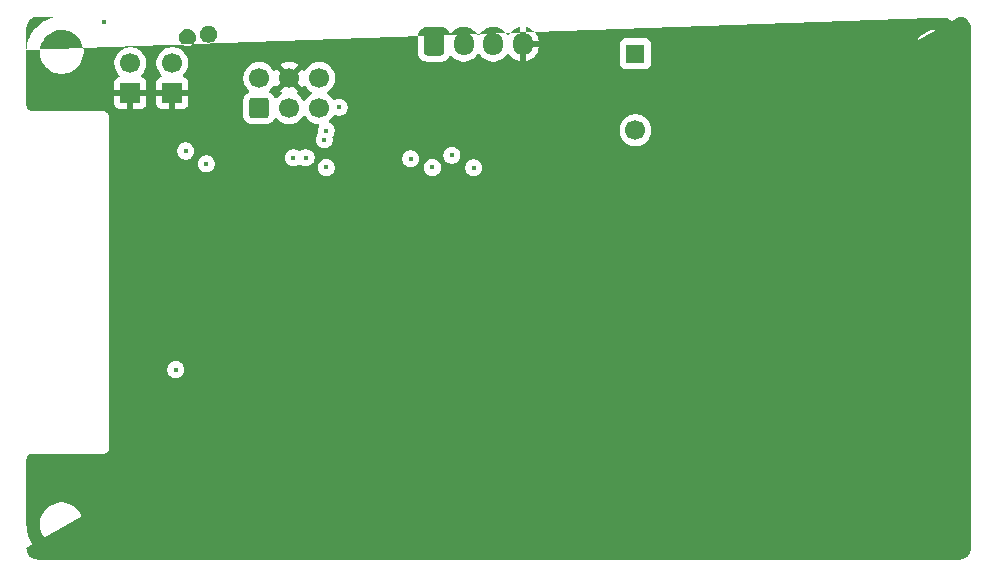
<source format=gbr>
%TF.GenerationSoftware,KiCad,Pcbnew,9.0.2*%
<<<<<<< HEAD
%TF.CreationDate,2025-06-18T20:52:38+02:00*%
=======
%TF.CreationDate,2025-06-17T18:05:03+02:00*%
>>>>>>> 2e23f7f8cb64151a60ec3d004f8241720292418e
%TF.ProjectId,Robobuoy-Top-v2_1,526f626f-6275-46f7-992d-546f702d7632,rev?*%
%TF.SameCoordinates,Original*%
%TF.FileFunction,Copper,L3,Inr*%
%TF.FilePolarity,Positive*%
%FSLAX46Y46*%
G04 Gerber Fmt 4.6, Leading zero omitted, Abs format (unit mm)*
<<<<<<< HEAD
G04 Created by KiCad (PCBNEW 9.0.2) date 2025-06-18 20:52:38*
=======
G04 Created by KiCad (PCBNEW 9.0.2) date 2025-06-17 18:05:03*
>>>>>>> 2e23f7f8cb64151a60ec3d004f8241720292418e
%MOMM*%
%LPD*%
G01*
G04 APERTURE LIST*
G04 Aperture macros list*
%AMRoundRect*
0 Rectangle with rounded corners*
0 $1 Rounding radius*
0 $2 $3 $4 $5 $6 $7 $8 $9 X,Y pos of 4 corners*
0 Add a 4 corners polygon primitive as box body*
4,1,4,$2,$3,$4,$5,$6,$7,$8,$9,$2,$3,0*
0 Add four circle primitives for the rounded corners*
1,1,$1+$1,$2,$3*
1,1,$1+$1,$4,$5*
1,1,$1+$1,$6,$7*
1,1,$1+$1,$8,$9*
0 Add four rect primitives between the rounded corners*
20,1,$1+$1,$2,$3,$4,$5,0*
20,1,$1+$1,$4,$5,$6,$7,0*
20,1,$1+$1,$6,$7,$8,$9,0*
20,1,$1+$1,$8,$9,$2,$3,0*%
G04 Aperture macros list end*
%TA.AperFunction,ComponentPad*%
%ADD10RoundRect,0.250000X-0.600000X-0.725000X0.600000X-0.725000X0.600000X0.725000X-0.600000X0.725000X0*%
%TD*%
%TA.AperFunction,ComponentPad*%
%ADD11O,1.700000X1.950000*%
%TD*%
%TA.AperFunction,ComponentPad*%
%ADD12R,1.700000X1.700000*%
%TD*%
%TA.AperFunction,ComponentPad*%
%ADD13C,1.700000*%
%TD*%
%TA.AperFunction,ComponentPad*%
%ADD14RoundRect,0.250000X0.600000X-0.600000X0.600000X0.600000X-0.600000X0.600000X-0.600000X-0.600000X0*%
%TD*%
%TA.AperFunction,HeatsinkPad*%
%ADD15C,0.500000*%
%TD*%
%TA.AperFunction,ComponentPad*%
%ADD16RoundRect,0.250000X0.600000X0.725000X-0.600000X0.725000X-0.600000X-0.725000X0.600000X-0.725000X0*%
%TD*%
%TA.AperFunction,ComponentPad*%
%ADD17RoundRect,0.206250X-0.618750X-0.618750X0.618750X-0.618750X0.618750X0.618750X-0.618750X0.618750X0*%
%TD*%
%TA.AperFunction,ComponentPad*%
%ADD18RoundRect,0.250000X-0.725000X0.600000X-0.725000X-0.600000X0.725000X-0.600000X0.725000X0.600000X0*%
%TD*%
%TA.AperFunction,ComponentPad*%
%ADD19O,1.950000X1.700000*%
%TD*%
%TA.AperFunction,ComponentPad*%
%ADD20R,1.650000X1.650000*%
%TD*%
%TA.AperFunction,ComponentPad*%
%ADD21C,3.000000*%
%TD*%
%TA.AperFunction,ViaPad*%
%ADD22C,0.450000*%
%TD*%
%TA.AperFunction,ViaPad*%
%ADD23C,0.800000*%
%TD*%
G04 APERTURE END LIST*
D10*
%TO.N,/CPU/TX_GPS*%
%TO.C,J103*%
X-2463800Y20650200D03*
D11*
%TO.N,/CPU/RX_GPS*%
X36200Y20650200D03*
%TO.N,+5V*%
X2536200Y20650200D03*
%TO.N,GND*%
X5036200Y20650200D03*
%TD*%
D12*
%TO.N,GND*%
%TO.C,SW102*%
X-28194000Y16505000D03*
D13*
%TO.N,EN*%
X-28194000Y19045000D03*
%TD*%
D14*
%TO.N,EN*%
%TO.C,J101*%
X-17277000Y15249500D03*
D13*
%TO.N,+3.3V*%
X-17277000Y17789500D03*
%TO.N,TX*%
X-14737000Y15249500D03*
%TO.N,GND*%
X-14737000Y17789500D03*
%TO.N,RX*%
X-12197000Y15249500D03*
%TO.N,DR0*%
X-12197000Y17789500D03*
%TD*%
D12*
%TO.N,GND*%
%TO.C,SW101*%
X-24638000Y16510000D03*
D13*
%TO.N,DR0*%
X-24638000Y19050000D03*
%TD*%
D15*
%TO.N,GND*%
%TO.C,U202*%
X29795000Y-11179000D03*
X29795000Y-9779000D03*
X29795000Y-8379000D03*
X28395000Y-11179000D03*
X28395000Y-9779000D03*
X28395000Y-8379000D03*
%TD*%
D16*
%TO.N,Net-(J102-Pin_1)*%
%TO.C,J102*%
X-12649200Y-20599400D03*
D11*
%TO.N,Net-(J102-Pin_2)*%
X-15149200Y-20599400D03*
%TO.N,+3.3V*%
X-17649200Y-20599400D03*
%TO.N,GND*%
X-20149200Y-20599400D03*
%TO.N,/CPU/ON*%
X-22649200Y-20599400D03*
%TO.N,Net-(J102-Pin_6)*%
X-25149200Y-20599400D03*
%TD*%
D17*
%TO.N,Vbatt*%
%TO.C,SW201*%
X25960000Y0D03*
D13*
%TO.N,Net-(R201-Pad1)*%
X28500000Y0D03*
%TO.N,GND*%
X31040000Y0D03*
%TD*%
D18*
%TO.N,Vbatt*%
%TO.C,J201*%
X40640000Y2500000D03*
D19*
%TO.N,/PSU/COM*%
X40640000Y0D03*
%TO.N,GND*%
X40640000Y-2500000D03*
%TD*%
D20*
%TO.N,+5V*%
%TO.C,BZ101*%
X14579600Y19861600D03*
D13*
%TO.N,Net-(BZ101--)*%
X14579600Y13361600D03*
%TD*%
D21*
%TO.N,GND*%
%TO.C,TP205*%
X21183600Y812800D03*
%TD*%
D22*
%TO.N,+3.3V*%
X15976600Y6375400D03*
X18567400Y8458200D03*
D23*
%TO.N,GND*%
X-28194000Y-6858000D03*
D22*
X7390000Y9980800D03*
X7391400Y6731000D03*
X9768200Y1524000D03*
X-29108400Y5892800D03*
X42392600Y16459200D03*
D23*
X-29718000Y-16764000D03*
D22*
X-36500000Y-16500000D03*
X4165600Y-19501200D03*
X-21107400Y-9550400D03*
X5365400Y-13442600D03*
X-2286000Y-12268200D03*
X-36500000Y15500000D03*
X20243800Y-7721600D03*
X36398200Y-8775000D03*
X19558000Y-7708200D03*
X12801600Y-11277600D03*
X21869400Y4826000D03*
X5969000Y-19241200D03*
X36271200Y22377400D03*
X-32029400Y-16560800D03*
X36474400Y-17424400D03*
X35683000Y-6350000D03*
X-29286200Y1447800D03*
X-30403800Y22529800D03*
D23*
X-25400000Y-11684000D03*
D22*
X34747200Y-8775000D03*
X37668200Y-15543000D03*
X33352983Y-9298456D03*
X-20772000Y-470000D03*
X-28143200Y10414000D03*
X24206200Y-10363200D03*
X-29260800Y-2184400D03*
X25095200Y-10414000D03*
X-6604000Y-5943600D03*
X-36500000Y-14500000D03*
D23*
X-28448000Y-13716000D03*
D22*
X-29413200Y-5308600D03*
X-30657800Y15570200D03*
X21845800Y-16027400D03*
X-29413200Y-6680200D03*
X-36652200Y16459200D03*
X-5715000Y-10987800D03*
X7200900Y-19875500D03*
X-29108400Y3098800D03*
X42519600Y-16408400D03*
X-30810200Y16738600D03*
X31826200Y9093200D03*
X9321800Y8636000D03*
X-28143200Y7899400D03*
X5308600Y11836400D03*
X16459200Y-16535400D03*
X-7874000Y8382000D03*
X-29362400Y-4267200D03*
X1016000Y-10987800D03*
X11379200Y-3556000D03*
X-29057600Y5054600D03*
X35306000Y-15543000D03*
X-29286200Y-1092200D03*
X-18923000Y-12573000D03*
X-29260800Y50800D03*
X-29260800Y-3200400D03*
X36271200Y16764000D03*
X-29540200Y-13868400D03*
X32950700Y-14318700D03*
X36525200Y-22631400D03*
X11963400Y-6223000D03*
X11303000Y3606800D03*
X33934400Y14427200D03*
X-11658600Y-5334000D03*
X-4597400Y-5816600D03*
X-29438600Y-7950200D03*
%TO.N,Net-(U202-BOOT)*%
X30480000Y-16357600D03*
X32410400Y-12649200D03*
%TO.N,/CPU/RX_SUB*%
X-21766999Y10514799D03*
X-21577300Y21501100D03*
%TO.N,/CPU/TX_SUB*%
X-23495000Y11607800D03*
X-23368000Y21234400D03*
%TO.N,DR0*%
X-10515600Y15316200D03*
X-11607000Y10211600D03*
%TO.N,/CPU/TX_GPS*%
X-14376400Y11023600D03*
X-11607800Y13335000D03*
%TO.N,/CPU/RX_GPS*%
X-13322300Y11036300D03*
X-11785600Y12573000D03*
%TO.N,/PSU/COM*%
X38023800Y4064000D03*
%TO.N,BUZZER*%
X-965200Y11252200D03*
X-4445000Y10947400D03*
%TO.N,Net-(J102-Pin_6)*%
X-2514600Y-21742400D03*
%TO.N,/CPU/RADIO_3*%
X-2616200Y10210800D03*
X889000Y10185400D03*
%TO.N,/CPU/ON*%
X-2895600Y-4597400D03*
X-24371300Y-16700500D03*
X-24333200Y-6908800D03*
X18415000Y-4597398D03*
%TO.N,Net-(Q204-D)*%
X18211800Y-2819400D03*
X-3810000Y-5130800D03*
%TO.N,Net-(D102-DIN)*%
X-9271000Y-10312400D03*
X3810000Y-10337800D03*
%TD*%
%TA.AperFunction,Conductor*%
%TO.N,GND*%
G36*
X-13621730Y17027783D02*
G01*
X-13621730Y17027784D01*
X-13582378Y17081945D01*
X-13577768Y17090993D01*
X-13529795Y17141791D01*
X-13461975Y17158588D01*
X-13395839Y17136053D01*
X-13356796Y17090996D01*
X-13352051Y17081683D01*
X-13227110Y16909714D01*
X-13076787Y16759391D01*
X-12904818Y16634450D01*
X-12896054Y16629984D01*
X-12845258Y16582009D01*
X-12828464Y16514188D01*
X-12851002Y16448053D01*
X-12896054Y16409016D01*
X-12904818Y16404551D01*
X-13076787Y16279610D01*
X-13227110Y16129287D01*
X-13352051Y15957318D01*
X-13356516Y15948554D01*
X-13404491Y15897758D01*
X-13472312Y15880964D01*
X-13538447Y15903502D01*
X-13577484Y15948554D01*
X-13581950Y15957318D01*
X-13706891Y16129287D01*
X-13857214Y16279610D01*
X-14029183Y16404551D01*
X-14038496Y16409296D01*
X-14089293Y16457270D01*
X-14106088Y16525091D01*
X-14083551Y16591226D01*
X-14038493Y16630268D01*
X-14029445Y16634878D01*
X-13975284Y16674230D01*
X-13975283Y16674230D01*
X-14607592Y17306538D01*
X-14544007Y17323575D01*
X-14429993Y17389401D01*
X-14336901Y17482493D01*
X-14271075Y17596507D01*
X-14254038Y17660091D01*
X-13621730Y17027783D01*
G37*
%TD.AperFunction*%
%TA.AperFunction,Conductor*%
G36*
X-15202925Y17596507D02*
G01*
X-15137099Y17482493D01*
X-15044007Y17389401D01*
X-14929993Y17323575D01*
X-14866410Y17306538D01*
X-15498718Y16674231D01*
X-15498718Y16674230D01*
X-15444548Y16634874D01*
X-15444549Y16634874D01*
X-15435505Y16630266D01*
X-15384708Y16582292D01*
X-15367913Y16514471D01*
X-15390450Y16448336D01*
X-15435501Y16409298D01*
X-15444818Y16404551D01*
X-15616787Y16279610D01*
X-15767106Y16129291D01*
X-15767115Y16129281D01*
X-15770670Y16124387D01*
X-15826003Y16081725D01*
X-15895617Y16075752D01*
X-15957409Y16108363D01*
X-15988688Y16158277D01*
X-15992185Y16168830D01*
X-15992186Y16168834D01*
X-16084288Y16318156D01*
X-16208344Y16442212D01*
X-16325495Y16514471D01*
X-16357664Y16534313D01*
X-16357675Y16534318D01*
X-16368227Y16537814D01*
X-16425672Y16577587D01*
X-16452494Y16642103D01*
X-16440178Y16710879D01*
X-16402097Y16755844D01*
X-16397212Y16759393D01*
X-16397212Y16759394D01*
X-16397208Y16759396D01*
X-16246896Y16909708D01*
X-16246894Y16909712D01*
X-16246891Y16909714D01*
X-16161110Y17027783D01*
X-16121949Y17081684D01*
X-16117207Y17090992D01*
X-16069237Y17141789D01*
X-16001417Y17158589D01*
X-15935281Y17136055D01*
X-15896237Y17091000D01*
X-15891627Y17081953D01*
X-15852272Y17027784D01*
X-15219963Y17660092D01*
X-15202925Y17596507D01*
G37*
%TD.AperFunction*%
%TA.AperFunction,Conductor*%
G36*
<<<<<<< HEAD
X42005394Y22989029D02*
G01*
X42161019Y22975413D01*
X42182297Y22971662D01*
X42327951Y22932634D01*
X42348261Y22925241D01*
X42484915Y22861518D01*
X42503633Y22850711D01*
X42627154Y22764221D01*
X42643712Y22750327D01*
X42750326Y22643713D01*
X42764220Y22627155D01*
X42850710Y22503634D01*
X42861517Y22484916D01*
X42925240Y22348262D01*
X42932633Y22327951D01*
X42971659Y22182304D01*
X42975412Y22161018D01*
X42989028Y22005396D01*
X42989500Y21994588D01*
X42989500Y-21994587D01*
X42989028Y-22005394D01*
X42989028Y-22005395D01*
X42975412Y-22161017D01*
X42971659Y-22182303D01*
X42932633Y-22327950D01*
X42925240Y-22348261D01*
X42861517Y-22484915D01*
X42850710Y-22503633D01*
X42764220Y-22627154D01*
X42750326Y-22643712D01*
X42643712Y-22750326D01*
X42627154Y-22764220D01*
X42503633Y-22850710D01*
X42484915Y-22861517D01*
X42348261Y-22925240D01*
X42327950Y-22932633D01*
X42182303Y-22971659D01*
X42161017Y-22975412D01*
X42027247Y-22987116D01*
X42005393Y-22989028D01*
X41994588Y-22989500D01*
X-35994588Y-22989500D01*
X-36005394Y-22989028D01*
X-36030416Y-22986838D01*
X-36161018Y-22975412D01*
X-36182304Y-22971659D01*
X-36327951Y-22932633D01*
X-36348262Y-22925240D01*
X-36484916Y-22861517D01*
X-36503634Y-22850710D01*
X-36627155Y-22764220D01*
X-36643713Y-22750326D01*
X-36750327Y-22643712D01*
X-36764221Y-22627154D01*
X-36850711Y-22503633D01*
X-36861518Y-22484915D01*
X-36925241Y-22348261D01*
X-36932634Y-22327950D01*
X-36971662Y-22182297D01*
X-36975413Y-22161016D01*
X-36981972Y-22086050D01*
X-36989028Y-22005394D01*
X-36989500Y-21994587D01*
=======
X40003243Y22989331D02*
G01*
X40306001Y22973463D01*
X40318909Y22972106D01*
X40615133Y22925189D01*
X40627817Y22922494D01*
X40917536Y22844864D01*
X40929874Y22840854D01*
X41209875Y22733372D01*
X41221718Y22728100D01*
X41488977Y22591925D01*
X41500183Y22585455D01*
X41751741Y22422091D01*
X41762231Y22414469D01*
X41995319Y22225718D01*
X42004964Y22217033D01*
X42217032Y22004965D01*
X42225717Y21995320D01*
X42414468Y21762232D01*
X42422093Y21751738D01*
X42585450Y21500190D01*
X42591927Y21488971D01*
X42685228Y21305858D01*
X42728094Y21221729D01*
X42733373Y21209871D01*
X42840853Y20929874D01*
X42844864Y20917531D01*
X42922491Y20627824D01*
X42925189Y20615128D01*
X42972105Y20318910D01*
X42973462Y20306002D01*
X42989330Y20003244D01*
X42989500Y19996754D01*
X42989500Y-19996753D01*
X42989330Y-20003243D01*
X42973462Y-20306001D01*
X42972105Y-20318909D01*
X42925189Y-20615127D01*
X42922491Y-20627823D01*
X42844864Y-20917530D01*
X42840853Y-20929873D01*
X42733373Y-21209870D01*
X42728094Y-21221728D01*
X42591931Y-21488964D01*
X42585445Y-21500197D01*
X42479573Y-21663226D01*
X42422097Y-21751731D01*
X42414468Y-21762231D01*
X42225717Y-21995319D01*
X42217032Y-22004964D01*
X42004964Y-22217032D01*
X41995319Y-22225717D01*
X41762231Y-22414468D01*
X41751731Y-22422097D01*
X41500197Y-22585445D01*
X41488964Y-22591931D01*
X41221728Y-22728094D01*
X41209870Y-22733373D01*
X40929873Y-22840853D01*
X40917530Y-22844864D01*
X40627823Y-22922491D01*
X40615127Y-22925189D01*
X40318909Y-22972105D01*
X40306001Y-22973462D01*
X40003244Y-22989330D01*
X39996754Y-22989500D01*
X-33996754Y-22989500D01*
X-34003244Y-22989330D01*
X-34306002Y-22973462D01*
X-34318910Y-22972105D01*
X-34615128Y-22925189D01*
X-34627824Y-22922491D01*
X-34917531Y-22844864D01*
X-34929874Y-22840853D01*
X-35209871Y-22733373D01*
X-35221729Y-22728094D01*
X-35488971Y-22591927D01*
X-35500190Y-22585450D01*
X-35751738Y-22422093D01*
X-35762232Y-22414468D01*
X-35995320Y-22225717D01*
X-36004965Y-22217032D01*
X-36217033Y-22004964D01*
X-36225718Y-21995319D01*
X-36414469Y-21762231D01*
X-36422091Y-21751741D01*
X-36585455Y-21500183D01*
X-36591925Y-21488977D01*
X-36728100Y-21221718D01*
X-36733374Y-21209870D01*
X-36745274Y-21178870D01*
X-36840854Y-20929873D01*
X-36844865Y-20917530D01*
X-36868135Y-20830687D01*
X-36922494Y-20627817D01*
X-36925190Y-20615127D01*
X-36928204Y-20596100D01*
X-36972106Y-20318909D01*
X-36973463Y-20306001D01*
X-36989330Y-20003243D01*
X-36989500Y-19996753D01*
>>>>>>> 2e23f7f8cb64151a60ec3d004f8241720292418e
X-36989500Y-19878711D01*
X-35850500Y-19878711D01*
X-35850500Y-20121288D01*
X-35818839Y-20361785D01*
X-35756053Y-20596104D01*
<<<<<<< HEAD
X-35678744Y-20782743D01*
=======
X-35679779Y-20780244D01*
>>>>>>> 2e23f7f8cb64151a60ec3d004f8241720292418e
X-35663224Y-20820212D01*
X-35541936Y-21030289D01*
X-35541934Y-21030292D01*
X-35541933Y-21030293D01*
X-35394267Y-21222736D01*
X-35394261Y-21222743D01*
X-35222744Y-21394260D01*
X-35222737Y-21394266D01*
X-35173279Y-21432216D01*
X-35030289Y-21541936D01*
X-34820212Y-21663224D01*
X-34596100Y-21756054D01*
X-34361789Y-21818838D01*
X-34181414Y-21842584D01*
X-34121289Y-21850500D01*
X-34121288Y-21850500D01*
X-33878711Y-21850500D01*
X-33830612Y-21844167D01*
X-33638211Y-21818838D01*
X-33403900Y-21756054D01*
X-33179788Y-21663224D01*
X-32969711Y-21541936D01*
X-32777262Y-21394265D01*
X-32605735Y-21222738D01*
X-32458064Y-21030289D01*
X-32336776Y-20820212D01*
X-32243946Y-20596100D01*
X-32182857Y-20368113D01*
X-26499700Y-20368113D01*
X-26499700Y-20830686D01*
X-26468086Y-21030293D01*
X-26466446Y-21040643D01*
X-26407278Y-21222743D01*
X-26400756Y-21242814D01*
X-26304249Y-21432220D01*
X-26179310Y-21604186D01*
X-26028987Y-21754509D01*
X-25857021Y-21879448D01*
X-25857019Y-21879449D01*
X-25857016Y-21879451D01*
X-25667612Y-21975957D01*
X-25465443Y-22041646D01*
X-25255487Y-22074900D01*
X-25255486Y-22074900D01*
X-25042914Y-22074900D01*
X-25042913Y-22074900D01*
X-24832957Y-22041646D01*
X-24630788Y-21975957D01*
X-24441384Y-21879451D01*
X-24401536Y-21850500D01*
X-24269414Y-21754509D01*
X-24269412Y-21754506D01*
X-24269408Y-21754504D01*
X-24119096Y-21604192D01*
X-23999517Y-21439604D01*
X-23944189Y-21396940D01*
X-23874576Y-21390961D01*
X-23812780Y-21423566D01*
X-23798887Y-21439599D01*
X-23732637Y-21530785D01*
X-23679304Y-21604192D01*
X-23528987Y-21754509D01*
X-23357021Y-21879448D01*
X-23357019Y-21879449D01*
X-23357016Y-21879451D01*
X-23167612Y-21975957D01*
X-22965443Y-22041646D01*
X-22755487Y-22074900D01*
X-22755486Y-22074900D01*
X-22542914Y-22074900D01*
X-22542913Y-22074900D01*
X-22332957Y-22041646D01*
X-22130788Y-21975957D01*
X-21941384Y-21879451D01*
X-21901536Y-21850500D01*
X-21769414Y-21754509D01*
X-21769412Y-21754506D01*
X-21769408Y-21754504D01*
X-21619096Y-21604192D01*
X-21499209Y-21439179D01*
X-21443880Y-21396515D01*
X-21374267Y-21390536D01*
X-21312471Y-21423141D01*
X-21298573Y-21439181D01*
X-21178928Y-21603859D01*
X-21178924Y-21603864D01*
X-21028665Y-21754123D01*
X-21028660Y-21754127D01*
X-20856758Y-21879020D01*
X-20667418Y-21975495D01*
X-20465329Y-22041157D01*
X-20399200Y-22051631D01*
X-20399200Y-21003545D01*
X-20332543Y-21042030D01*
X-20211735Y-21074400D01*
X-20086665Y-21074400D01*
X-19965857Y-21042030D01*
X-19899200Y-21003545D01*
X-19899200Y-22051630D01*
X-19833074Y-22041157D01*
X-19833071Y-22041157D01*
X-19630983Y-21975495D01*
X-19441643Y-21879020D01*
X-19269741Y-21754127D01*
X-19269736Y-21754123D01*
X-19119479Y-21603866D01*
X-18999829Y-21439181D01*
X-18944499Y-21396515D01*
X-18874886Y-21390536D01*
X-18813090Y-21423141D01*
X-18799192Y-21439181D01*
X-18679310Y-21604185D01*
X-18679306Y-21604190D01*
X-18528987Y-21754509D01*
X-18357021Y-21879448D01*
X-18357019Y-21879449D01*
X-18357016Y-21879451D01*
X-18167612Y-21975957D01*
X-17965443Y-22041646D01*
X-17755487Y-22074900D01*
X-17755486Y-22074900D01*
X-17542914Y-22074900D01*
X-17542913Y-22074900D01*
X-17332957Y-22041646D01*
X-17130788Y-21975957D01*
X-16941384Y-21879451D01*
X-16901536Y-21850500D01*
X-16769414Y-21754509D01*
X-16769412Y-21754506D01*
X-16769408Y-21754504D01*
X-16619096Y-21604192D01*
X-16499517Y-21439604D01*
X-16444189Y-21396940D01*
X-16374576Y-21390961D01*
X-16312780Y-21423566D01*
X-16298887Y-21439599D01*
X-16232637Y-21530785D01*
X-16179304Y-21604192D01*
X-16028987Y-21754509D01*
X-15857021Y-21879448D01*
X-15857019Y-21879449D01*
X-15857016Y-21879451D01*
X-15667612Y-21975957D01*
X-15465443Y-22041646D01*
X-15255487Y-22074900D01*
X-15255486Y-22074900D01*
X-15042914Y-22074900D01*
X-15042913Y-22074900D01*
X-14832957Y-22041646D01*
X-14630788Y-21975957D01*
X-14441384Y-21879451D01*
<<<<<<< HEAD
X-14271541Y-21756054D01*
=======
X-14280043Y-21762231D01*
>>>>>>> 2e23f7f8cb64151a60ec3d004f8241720292418e
X-14269416Y-21754510D01*
X-14269416Y-21754509D01*
X-14269408Y-21754504D01*
X-14130596Y-21615691D01*
X-14069277Y-21582209D01*
X-13999585Y-21587193D01*
X-13943651Y-21629064D01*
X-13937379Y-21638278D01*
X-13934015Y-21643733D01*
X-13934014Y-21643734D01*
X-13841912Y-21793056D01*
X-13717856Y-21917112D01*
X-13568534Y-22009214D01*
X-13401997Y-22064399D01*
X-13299209Y-22074900D01*
X-11999192Y-22074899D01*
X-11896403Y-22064399D01*
X-11729866Y-22009214D01*
X-11580544Y-21917112D01*
X-11477289Y-21813857D01*
X-3240101Y-21813857D01*
X-3212221Y-21954014D01*
X-3212219Y-21954020D01*
X-3157531Y-22086050D01*
X-3157526Y-22086059D01*
X-3078133Y-22204878D01*
X-3078130Y-22204882D01*
X-2977083Y-22305929D01*
X-2977079Y-22305932D01*
X-2858260Y-22385325D01*
X-2858254Y-22385328D01*
X-2858253Y-22385329D01*
X-2726220Y-22440019D01*
X-2726216Y-22440019D01*
X-2726215Y-22440020D01*
X-2586058Y-22467900D01*
X-2586055Y-22467900D01*
X-2443143Y-22467900D01*
X-2348849Y-22449142D01*
X-2302980Y-22440019D01*
X-2170947Y-22385329D01*
X-2052121Y-22305932D01*
X-1951068Y-22204879D01*
X-1871671Y-22086053D01*
X-1816981Y-21954020D01*
X-1789100Y-21813855D01*
X-1789100Y-21670945D01*
X-1789100Y-21670942D01*
X-1816980Y-21530785D01*
X-1816981Y-21530784D01*
X-1816981Y-21530780D01*
X-1871671Y-21398747D01*
X-1871672Y-21398746D01*
X-1871675Y-21398740D01*
X-1951068Y-21279921D01*
X-1951071Y-21279917D01*
X-2052118Y-21178870D01*
X-2052122Y-21178867D01*
X-2170941Y-21099474D01*
X-2170950Y-21099469D01*
X-2302980Y-21044781D01*
X-2302986Y-21044779D01*
X-2443143Y-21016900D01*
X-2443145Y-21016900D01*
X-2586055Y-21016900D01*
X-2586057Y-21016900D01*
X-2726215Y-21044779D01*
X-2726221Y-21044781D01*
X-2858251Y-21099469D01*
X-2858260Y-21099474D01*
X-2977079Y-21178867D01*
X-2977083Y-21178870D01*
X-3078130Y-21279917D01*
X-3078133Y-21279921D01*
X-3157526Y-21398740D01*
X-3157531Y-21398749D01*
X-3212219Y-21530779D01*
X-3212221Y-21530785D01*
X-3240100Y-21670942D01*
X-3240100Y-21670945D01*
X-3240100Y-21813855D01*
X-3240100Y-21813857D01*
X-3240101Y-21813857D01*
X-11477289Y-21813857D01*
X-11456488Y-21793056D01*
X-11364386Y-21643734D01*
X-11309201Y-21477197D01*
X-11298700Y-21374409D01*
X-11298701Y-19878711D01*
X38149500Y-19878711D01*
X38149500Y-20121288D01*
X38181161Y-20361785D01*
X38243947Y-20596104D01*
<<<<<<< HEAD
X38321256Y-20782743D01*
=======
X38320221Y-20780244D01*
>>>>>>> 2e23f7f8cb64151a60ec3d004f8241720292418e
X38336776Y-20820212D01*
X38458064Y-21030289D01*
X38458066Y-21030292D01*
X38458067Y-21030293D01*
X38605733Y-21222736D01*
X38605739Y-21222743D01*
X38777256Y-21394260D01*
X38777263Y-21394266D01*
X38826721Y-21432216D01*
X38969711Y-21541936D01*
X39179788Y-21663224D01*
X39403900Y-21756054D01*
X39638211Y-21818838D01*
X39818586Y-21842584D01*
X39878711Y-21850500D01*
X39878712Y-21850500D01*
X40121289Y-21850500D01*
X40169388Y-21844167D01*
X40361789Y-21818838D01*
X40596100Y-21756054D01*
X40820212Y-21663224D01*
X41030289Y-21541936D01*
X41222738Y-21394265D01*
X41394265Y-21222738D01*
X41541936Y-21030289D01*
X41663224Y-20820212D01*
X41756054Y-20596100D01*
X41818838Y-20361789D01*
X41850500Y-20121288D01*
X41850500Y-19878712D01*
X41818838Y-19638211D01*
X41756054Y-19403900D01*
X41663224Y-19179788D01*
X41541936Y-18969711D01*
X41394265Y-18777262D01*
X41394260Y-18777256D01*
X41222743Y-18605739D01*
X41222736Y-18605733D01*
X41030293Y-18458067D01*
X41030292Y-18458066D01*
X41030289Y-18458064D01*
X40820212Y-18336776D01*
X40820205Y-18336773D01*
X40596104Y-18243947D01*
X40361785Y-18181161D01*
X40121289Y-18149500D01*
X40121288Y-18149500D01*
X39878712Y-18149500D01*
X39878711Y-18149500D01*
X39638214Y-18181161D01*
X39403895Y-18243947D01*
X39179794Y-18336773D01*
X39179785Y-18336777D01*
X38969706Y-18458067D01*
X38777263Y-18605733D01*
X38777256Y-18605739D01*
X38605739Y-18777256D01*
X38605733Y-18777263D01*
X38458067Y-18969706D01*
X38336777Y-19179785D01*
X38336773Y-19179794D01*
X38243947Y-19403895D01*
X38181161Y-19638214D01*
X38149500Y-19878711D01*
X-11298701Y-19878711D01*
X-11298701Y-19824392D01*
X-11300349Y-19808263D01*
X-11309201Y-19721603D01*
X-11309202Y-19721600D01*
X-11364386Y-19555066D01*
X-11456488Y-19405744D01*
X-11580544Y-19281688D01*
X-11729866Y-19189586D01*
X-11896403Y-19134401D01*
X-11896405Y-19134400D01*
X-11999190Y-19123900D01*
X-13299202Y-19123900D01*
X-13299219Y-19123901D01*
X-13401997Y-19134400D01*
X-13402000Y-19134401D01*
X-13568532Y-19189585D01*
X-13568537Y-19189587D01*
X-13717858Y-19281689D01*
X-13841911Y-19405742D01*
X-13937379Y-19560521D01*
X-13989327Y-19607245D01*
X-14058290Y-19618468D01*
X-14122372Y-19590624D01*
X-14130599Y-19583105D01*
X-14269414Y-19444290D01*
X-14441380Y-19319351D01*
X-14630786Y-19222844D01*
X-14630787Y-19222843D01*
X-14630788Y-19222843D01*
X-14832957Y-19157154D01*
X-14832959Y-19157153D01*
X-14832960Y-19157153D01*
X-14994243Y-19131608D01*
X-15042913Y-19123900D01*
X-15255487Y-19123900D01*
X-15304158Y-19131608D01*
X-15465440Y-19157153D01*
X-15667615Y-19222844D01*
X-15857021Y-19319351D01*
X-16028987Y-19444290D01*
X-16179306Y-19594609D01*
X-16179310Y-19594614D01*
X-16298882Y-19759193D01*
X-16354211Y-19801859D01*
X-16423825Y-19807838D01*
X-16485620Y-19775233D01*
X-16499518Y-19759193D01*
X-16619091Y-19594614D01*
X-16619095Y-19594609D01*
X-16769414Y-19444290D01*
X-16941380Y-19319351D01*
X-17130786Y-19222844D01*
X-17130787Y-19222843D01*
X-17130788Y-19222843D01*
X-17332957Y-19157154D01*
X-17332959Y-19157153D01*
X-17332960Y-19157153D01*
X-17494243Y-19131608D01*
X-17542913Y-19123900D01*
X-17755487Y-19123900D01*
X-17804158Y-19131608D01*
X-17965440Y-19157153D01*
X-18167615Y-19222844D01*
X-18357021Y-19319351D01*
X-18528987Y-19444290D01*
X-18679306Y-19594609D01*
X-18679310Y-19594614D01*
X-18799192Y-19759618D01*
X-18854522Y-19802284D01*
X-18924135Y-19808263D01*
X-18985930Y-19775657D01*
X-18999828Y-19759618D01*
X-19119473Y-19594940D01*
X-19119477Y-19594935D01*
X-19269736Y-19444676D01*
X-19269741Y-19444672D01*
X-19441643Y-19319779D01*
X-19630985Y-19223303D01*
X-19833076Y-19157641D01*
X-19899200Y-19147168D01*
X-19899200Y-20195254D01*
X-19965857Y-20156770D01*
X-20086665Y-20124400D01*
X-20211735Y-20124400D01*
X-20332543Y-20156770D01*
X-20399200Y-20195254D01*
X-20399200Y-19147168D01*
X-20399201Y-19147168D01*
X-20465325Y-19157641D01*
X-20667416Y-19223303D01*
X-20856758Y-19319779D01*
X-21028660Y-19444672D01*
X-21028665Y-19444676D01*
X-21178924Y-19594935D01*
X-21178928Y-19594940D01*
X-21298573Y-19759618D01*
X-21353903Y-19802284D01*
X-21423516Y-19808263D01*
X-21485311Y-19775657D01*
X-21499209Y-19759618D01*
X-21619091Y-19594614D01*
X-21619095Y-19594609D01*
X-21769414Y-19444290D01*
X-21941380Y-19319351D01*
X-22130786Y-19222844D01*
X-22130787Y-19222843D01*
X-22130788Y-19222843D01*
X-22332957Y-19157154D01*
X-22332959Y-19157153D01*
X-22332960Y-19157153D01*
X-22494243Y-19131608D01*
X-22542913Y-19123900D01*
X-22755487Y-19123900D01*
X-22804158Y-19131608D01*
X-22965440Y-19157153D01*
X-23167615Y-19222844D01*
X-23357021Y-19319351D01*
X-23528987Y-19444290D01*
X-23679306Y-19594609D01*
X-23679310Y-19594614D01*
X-23798882Y-19759193D01*
X-23854211Y-19801859D01*
X-23923825Y-19807838D01*
X-23985620Y-19775233D01*
X-23999518Y-19759193D01*
X-24119091Y-19594614D01*
X-24119095Y-19594609D01*
X-24269414Y-19444290D01*
X-24441380Y-19319351D01*
X-24630786Y-19222844D01*
X-24630787Y-19222843D01*
X-24630788Y-19222843D01*
X-24832957Y-19157154D01*
X-24832959Y-19157153D01*
X-24832960Y-19157153D01*
X-24994243Y-19131608D01*
X-25042913Y-19123900D01*
X-25255487Y-19123900D01*
X-25304158Y-19131608D01*
X-25465440Y-19157153D01*
X-25667615Y-19222844D01*
X-25857021Y-19319351D01*
X-26028987Y-19444290D01*
X-26179310Y-19594613D01*
X-26304249Y-19766579D01*
X-26400756Y-19955985D01*
X-26466447Y-20158160D01*
X-26499700Y-20368113D01*
X-32182857Y-20368113D01*
X-32181162Y-20361789D01*
X-32149500Y-20121288D01*
X-32149500Y-19878712D01*
X-32181162Y-19638211D01*
X-32243946Y-19403900D01*
X-32336776Y-19179788D01*
X-32458064Y-18969711D01*
X-32605735Y-18777262D01*
X-32605740Y-18777256D01*
X-32777257Y-18605739D01*
X-32777264Y-18605733D01*
X-32969707Y-18458067D01*
X-32969708Y-18458066D01*
X-32969711Y-18458064D01*
X-33179788Y-18336776D01*
X-33179795Y-18336773D01*
X-33403896Y-18243947D01*
X-33638215Y-18181161D01*
X-33878711Y-18149500D01*
X-33878712Y-18149500D01*
X-34121288Y-18149500D01*
X-34121289Y-18149500D01*
X-34361786Y-18181161D01*
X-34596105Y-18243947D01*
X-34820206Y-18336773D01*
X-34820215Y-18336777D01*
X-35030294Y-18458067D01*
X-35222737Y-18605733D01*
X-35222744Y-18605739D01*
X-35394261Y-18777256D01*
X-35394267Y-18777263D01*
X-35541933Y-18969706D01*
X-35663223Y-19179785D01*
X-35663227Y-19179794D01*
X-35756053Y-19403895D01*
X-35818839Y-19638214D01*
X-35850500Y-19878711D01*
X-36989500Y-19878711D01*
X-36989500Y-16771957D01*
X-25096801Y-16771957D01*
X-25068921Y-16912114D01*
X-25068919Y-16912120D01*
X-25014231Y-17044150D01*
X-25014226Y-17044159D01*
X-24934833Y-17162978D01*
X-24934830Y-17162982D01*
X-24833783Y-17264029D01*
X-24833779Y-17264032D01*
X-24714960Y-17343425D01*
X-24714954Y-17343428D01*
X-24714953Y-17343429D01*
X-24582920Y-17398119D01*
X-24582916Y-17398119D01*
X-24582915Y-17398120D01*
X-24442758Y-17426000D01*
X-24442755Y-17426000D01*
X-24299843Y-17426000D01*
X-24205549Y-17407242D01*
X-24159680Y-17398119D01*
X-24027647Y-17343429D01*
X-23908821Y-17264032D01*
X-23807768Y-17162979D01*
X-23728371Y-17044153D01*
X-23673681Y-16912120D01*
X-23655373Y-16820082D01*
X-23645800Y-16771957D01*
X-23645800Y-16629042D01*
X-23673680Y-16488885D01*
X-23673681Y-16488884D01*
X-23673681Y-16488880D01*
X-23698461Y-16429057D01*
X29754499Y-16429057D01*
X29782379Y-16569214D01*
X29782381Y-16569220D01*
X29837069Y-16701250D01*
X29837074Y-16701259D01*
X29916467Y-16820078D01*
X29916470Y-16820082D01*
X30017517Y-16921129D01*
X30017521Y-16921132D01*
X30136340Y-17000525D01*
X30136346Y-17000528D01*
X30136347Y-17000529D01*
X30268380Y-17055219D01*
X30268384Y-17055219D01*
X30268385Y-17055220D01*
X30408542Y-17083100D01*
X30408545Y-17083100D01*
X30551457Y-17083100D01*
X30645751Y-17064342D01*
X30691620Y-17055219D01*
X30823653Y-17000529D01*
X30942479Y-16921132D01*
X31043532Y-16820079D01*
X31122929Y-16701253D01*
X31177619Y-16569220D01*
X31205500Y-16429055D01*
X31205500Y-16286145D01*
X31205500Y-16286142D01*
X31177620Y-16145985D01*
X31177619Y-16145984D01*
X31177619Y-16145980D01*
X31122929Y-16013947D01*
X31122928Y-16013946D01*
X31122925Y-16013940D01*
X31043532Y-15895121D01*
X31043529Y-15895117D01*
X30942482Y-15794070D01*
X30942478Y-15794067D01*
X30823659Y-15714674D01*
X30823650Y-15714669D01*
X30691620Y-15659981D01*
X30691614Y-15659979D01*
X30551457Y-15632100D01*
X30551455Y-15632100D01*
X30408545Y-15632100D01*
X30408543Y-15632100D01*
X30268385Y-15659979D01*
X30268379Y-15659981D01*
X30136349Y-15714669D01*
X30136340Y-15714674D01*
X30017521Y-15794067D01*
X30017517Y-15794070D01*
X29916470Y-15895117D01*
X29916467Y-15895121D01*
X29837074Y-16013940D01*
X29837069Y-16013949D01*
X29782381Y-16145979D01*
X29782379Y-16145985D01*
X29754500Y-16286142D01*
X29754500Y-16286145D01*
X29754500Y-16429055D01*
X29754500Y-16429057D01*
X29754499Y-16429057D01*
X-23698461Y-16429057D01*
X-23728371Y-16356847D01*
X-23728372Y-16356846D01*
X-23728375Y-16356840D01*
X-23733651Y-16348944D01*
X-23807768Y-16238021D01*
X-23807771Y-16238017D01*
X-23908818Y-16136970D01*
X-23908822Y-16136967D01*
X-24027641Y-16057574D01*
X-24027650Y-16057569D01*
X-24159680Y-16002881D01*
X-24159686Y-16002879D01*
X-24299843Y-15975000D01*
X-24299845Y-15975000D01*
X-24442755Y-15975000D01*
X-24442757Y-15975000D01*
X-24582915Y-16002879D01*
X-24582921Y-16002881D01*
X-24714951Y-16057569D01*
X-24714960Y-16057574D01*
X-24833779Y-16136967D01*
X-24833783Y-16136970D01*
X-24934830Y-16238017D01*
X-24934833Y-16238021D01*
X-25014226Y-16356840D01*
X-25014231Y-16356849D01*
X-25068919Y-16488879D01*
X-25068921Y-16488885D01*
X-25096800Y-16629042D01*
X-25096800Y-16629045D01*
X-25096800Y-16771955D01*
X-25096800Y-16771957D01*
X-25096801Y-16771957D01*
X-36989500Y-16771957D01*
X-36989500Y-14508125D01*
X-36988439Y-14491940D01*
X-36974952Y-14389493D01*
X-36966574Y-14358227D01*
X-36955017Y-14330326D01*
X-36930165Y-14270327D01*
X-36913986Y-14242304D01*
X-36856062Y-14166815D01*
X-36833185Y-14143938D01*
X-36757696Y-14086014D01*
X-36729673Y-14069835D01*
X-36641773Y-14033426D01*
X-36610507Y-14025048D01*
X-36508059Y-14011561D01*
X-36491874Y-14010500D01*
X-30442480Y-14010500D01*
X-30330326Y-13984901D01*
X-30226679Y-13934988D01*
X-30136738Y-13863262D01*
X-30065012Y-13773321D01*
X-30015099Y-13669674D01*
X-29989500Y-13557520D01*
X-29989500Y-13535176D01*
X-29986945Y-13522328D01*
X-29986947Y-13504348D01*
X-29986946Y-13504348D01*
X-29987017Y-12720657D01*
X31684899Y-12720657D01*
X31712779Y-12860814D01*
X31712781Y-12860820D01*
X31767469Y-12992850D01*
X31767474Y-12992859D01*
X31846867Y-13111678D01*
X31846870Y-13111682D01*
X31947917Y-13212729D01*
X31947921Y-13212732D01*
X32066740Y-13292125D01*
X32066746Y-13292128D01*
X32066747Y-13292129D01*
X32198780Y-13346819D01*
X32198784Y-13346819D01*
X32198785Y-13346820D01*
X32338942Y-13374700D01*
X32338945Y-13374700D01*
X32481857Y-13374700D01*
X32576151Y-13355942D01*
X32622020Y-13346819D01*
X32754053Y-13292129D01*
X32872879Y-13212732D01*
X32973932Y-13111679D01*
X33053329Y-12992853D01*
X33108019Y-12860820D01*
X33135900Y-12720655D01*
X33135900Y-12577745D01*
X33135900Y-12577742D01*
X33108020Y-12437585D01*
X33108019Y-12437584D01*
X33108019Y-12437580D01*
X33053329Y-12305547D01*
X33053328Y-12305546D01*
X33053325Y-12305540D01*
X32973932Y-12186721D01*
X32973929Y-12186717D01*
X32872882Y-12085670D01*
X32872878Y-12085667D01*
X32754059Y-12006274D01*
X32754050Y-12006269D01*
X32622020Y-11951581D01*
X32622014Y-11951579D01*
X32481857Y-11923700D01*
X32481855Y-11923700D01*
X32338945Y-11923700D01*
X32338943Y-11923700D01*
X32198785Y-11951579D01*
X32198779Y-11951581D01*
X32066749Y-12006269D01*
X32066740Y-12006274D01*
X31947921Y-12085667D01*
X31947917Y-12085670D01*
X31846870Y-12186717D01*
X31846867Y-12186721D01*
X31767474Y-12305540D01*
X31767469Y-12305549D01*
X31712781Y-12437579D01*
X31712779Y-12437585D01*
X31684900Y-12577742D01*
X31684900Y-12577745D01*
X31684900Y-12720655D01*
X31684900Y-12720657D01*
X31684899Y-12720657D01*
X-29987017Y-12720657D01*
X-29987096Y-11856577D01*
X28070975Y-11856577D01*
X28176236Y-11900178D01*
X28176240Y-11900179D01*
X28321126Y-11928999D01*
X28321129Y-11929000D01*
X28468871Y-11929000D01*
X28468873Y-11928999D01*
X28613760Y-11900179D01*
X28613775Y-11900175D01*
X28719024Y-11856578D01*
X28719024Y-11856577D01*
X29470975Y-11856577D01*
X29576236Y-11900178D01*
X29576240Y-11900179D01*
X29721126Y-11928999D01*
X29721129Y-11929000D01*
X29868871Y-11929000D01*
X29868873Y-11928999D01*
X30013760Y-11900179D01*
X30013775Y-11900175D01*
X30119024Y-11856578D01*
X30119024Y-11856577D01*
X29795001Y-11532554D01*
X29795000Y-11532554D01*
X29470975Y-11856577D01*
X28719024Y-11856577D01*
X28395001Y-11532554D01*
X28395000Y-11532554D01*
X28070975Y-11856577D01*
X-29987096Y-11856577D01*
X-29987165Y-11105126D01*
X27645000Y-11105126D01*
X27645000Y-11252873D01*
X27673820Y-11397759D01*
X27673822Y-11397767D01*
X27717421Y-11503024D01*
X28041446Y-11179000D01*
X28041446Y-11178999D01*
X28021556Y-11159109D01*
X28295000Y-11159109D01*
X28295000Y-11198891D01*
X28310224Y-11235645D01*
X28338355Y-11263776D01*
X28375109Y-11279000D01*
X28414891Y-11279000D01*
X28451645Y-11263776D01*
X28479776Y-11235645D01*
X28495000Y-11198891D01*
X28495000Y-11178999D01*
X28748554Y-11178999D01*
X28748554Y-11179001D01*
X29072929Y-11503376D01*
X29117069Y-11503376D01*
X29441446Y-11179000D01*
X29421555Y-11159109D01*
X29695000Y-11159109D01*
X29695000Y-11198891D01*
X29710224Y-11235645D01*
X29738355Y-11263776D01*
X29775109Y-11279000D01*
X29814891Y-11279000D01*
X29851645Y-11263776D01*
X29879776Y-11235645D01*
X29895000Y-11198891D01*
X29895000Y-11178999D01*
X30148554Y-11178999D01*
X30148554Y-11179001D01*
X30472577Y-11503024D01*
X30472578Y-11503024D01*
X30516175Y-11397775D01*
X30516179Y-11397760D01*
X30544999Y-11252873D01*
X30545000Y-11252871D01*
X30545000Y-11105128D01*
X30544999Y-11105126D01*
X30516179Y-10960240D01*
X30516178Y-10960236D01*
X30472577Y-10854975D01*
X30148554Y-11178999D01*
X29895000Y-11178999D01*
X29895000Y-11159109D01*
X29879776Y-11122355D01*
X29851645Y-11094224D01*
X29814891Y-11079000D01*
X29775109Y-11079000D01*
X29738355Y-11094224D01*
X29710224Y-11122355D01*
X29695000Y-11159109D01*
X29421555Y-11159109D01*
X29117068Y-10854622D01*
X29072930Y-10854622D01*
X28748554Y-11178999D01*
X28495000Y-11178999D01*
X28495000Y-11159109D01*
X28479776Y-11122355D01*
X28451645Y-11094224D01*
X28414891Y-11079000D01*
X28375109Y-11079000D01*
X28338355Y-11094224D01*
X28310224Y-11122355D01*
X28295000Y-11159109D01*
X28021556Y-11159109D01*
X27717421Y-10854974D01*
X27717420Y-10854974D01*
X27673823Y-10960228D01*
X27673820Y-10960240D01*
X27645000Y-11105126D01*
X-29987165Y-11105126D01*
X-29987231Y-10383857D01*
X-9996501Y-10383857D01*
X-9968621Y-10524014D01*
X-9968619Y-10524020D01*
X-9913931Y-10656050D01*
X-9913926Y-10656059D01*
X-9834533Y-10774878D01*
X-9834530Y-10774882D01*
X-9733483Y-10875929D01*
X-9733479Y-10875932D01*
X-9614660Y-10955325D01*
X-9614651Y-10955330D01*
X-9602797Y-10960240D01*
X-9482620Y-11010019D01*
X-9482616Y-11010019D01*
X-9482615Y-11010020D01*
X-9342458Y-11037900D01*
X-9342455Y-11037900D01*
X-9199543Y-11037900D01*
X-9105249Y-11019142D01*
X-9059380Y-11010019D01*
X-8927347Y-10955329D01*
X-8808521Y-10875932D01*
X-8707468Y-10774879D01*
X-8628071Y-10656053D01*
X-8573381Y-10524020D01*
X-8560036Y-10456930D01*
X-8550553Y-10409257D01*
X3084499Y-10409257D01*
X3112379Y-10549414D01*
X3112381Y-10549420D01*
X3167069Y-10681450D01*
X3167074Y-10681459D01*
X3246467Y-10800278D01*
X3246470Y-10800282D01*
X3347517Y-10901329D01*
X3347521Y-10901332D01*
X3466340Y-10980725D01*
X3466346Y-10980728D01*
X3466347Y-10980729D01*
X3598380Y-11035419D01*
X3598384Y-11035419D01*
X3598385Y-11035420D01*
X3738542Y-11063300D01*
X3738545Y-11063300D01*
X3881457Y-11063300D01*
X4009147Y-11037900D01*
X4021620Y-11035419D01*
X4153653Y-10980729D01*
X4272479Y-10901332D01*
X4373532Y-10800279D01*
X4452929Y-10681453D01*
X4507619Y-10549420D01*
X4526017Y-10456930D01*
X28070622Y-10456930D01*
X28070622Y-10501068D01*
X28395000Y-10825446D01*
X28395001Y-10825446D01*
X28719376Y-10501069D01*
X28719376Y-10494852D01*
X28717486Y-10490049D01*
X28719261Y-10456930D01*
X29470622Y-10456930D01*
X29470622Y-10501068D01*
X29795000Y-10825446D01*
X29795001Y-10825446D01*
X30119376Y-10501069D01*
X30119376Y-10456929D01*
X29795001Y-10132554D01*
X29795000Y-10132554D01*
X29470622Y-10456930D01*
X28719261Y-10456930D01*
X28719267Y-10456820D01*
X28395001Y-10132554D01*
X28395000Y-10132554D01*
X28070622Y-10456930D01*
X4526017Y-10456930D01*
X4535500Y-10409255D01*
X4535500Y-10266345D01*
X4535500Y-10266342D01*
X4507620Y-10126185D01*
X4507619Y-10126184D01*
X4507619Y-10126180D01*
X4454432Y-9997775D01*
X4452930Y-9994149D01*
X4452925Y-9994140D01*
X4373532Y-9875321D01*
X4373529Y-9875317D01*
X4272482Y-9774270D01*
X4272478Y-9774267D01*
X4169002Y-9705126D01*
X27645000Y-9705126D01*
X27645000Y-9852873D01*
X27673820Y-9997759D01*
X27673822Y-9997767D01*
X27717421Y-10103024D01*
X28041446Y-9779000D01*
X28041446Y-9778999D01*
X28021556Y-9759109D01*
X28295000Y-9759109D01*
X28295000Y-9798891D01*
X28310224Y-9835645D01*
X28338355Y-9863776D01*
X28375109Y-9879000D01*
X28414891Y-9879000D01*
X28451645Y-9863776D01*
X28479776Y-9835645D01*
X28495000Y-9798891D01*
X28495000Y-9778999D01*
X28748554Y-9778999D01*
X28748554Y-9779001D01*
X29072929Y-10103376D01*
X29117069Y-10103376D01*
X29441446Y-9779000D01*
X29421555Y-9759109D01*
X29695000Y-9759109D01*
X29695000Y-9798891D01*
X29710224Y-9835645D01*
X29738355Y-9863776D01*
X29775109Y-9879000D01*
X29814891Y-9879000D01*
X29851645Y-9863776D01*
X29879776Y-9835645D01*
X29895000Y-9798891D01*
X29895000Y-9778999D01*
X30148554Y-9778999D01*
X30148554Y-9779001D01*
X30472577Y-10103024D01*
X30472578Y-10103024D01*
X30516175Y-9997775D01*
X30516179Y-9997760D01*
X30544999Y-9852873D01*
X30545000Y-9852871D01*
X30545000Y-9705128D01*
X30544999Y-9705126D01*
X30516179Y-9560240D01*
X30516178Y-9560236D01*
X30472577Y-9454975D01*
X30148554Y-9778999D01*
X29895000Y-9778999D01*
X29895000Y-9759109D01*
X29879776Y-9722355D01*
X29851645Y-9694224D01*
X29814891Y-9679000D01*
X29775109Y-9679000D01*
X29738355Y-9694224D01*
X29710224Y-9722355D01*
X29695000Y-9759109D01*
X29421555Y-9759109D01*
X29117068Y-9454622D01*
X29072930Y-9454622D01*
X28748554Y-9778999D01*
X28495000Y-9778999D01*
X28495000Y-9759109D01*
X28479776Y-9722355D01*
X28451645Y-9694224D01*
X28414891Y-9679000D01*
X28375109Y-9679000D01*
X28338355Y-9694224D01*
X28310224Y-9722355D01*
X28295000Y-9759109D01*
X28021556Y-9759109D01*
X27717421Y-9454974D01*
X27717420Y-9454974D01*
X27673823Y-9560228D01*
X27673820Y-9560240D01*
X27645000Y-9705126D01*
X4169002Y-9705126D01*
X4153659Y-9694874D01*
X4153650Y-9694869D01*
X4021620Y-9640181D01*
X4021614Y-9640179D01*
X3881457Y-9612300D01*
X3881455Y-9612300D01*
X3738545Y-9612300D01*
X3738543Y-9612300D01*
X3598385Y-9640179D01*
X3598379Y-9640181D01*
X3466349Y-9694869D01*
X3466340Y-9694874D01*
X3347521Y-9774267D01*
X3347517Y-9774270D01*
X3246470Y-9875317D01*
X3246467Y-9875321D01*
X3167074Y-9994140D01*
X3167069Y-9994149D01*
X3112381Y-10126179D01*
X3112379Y-10126185D01*
X3084500Y-10266342D01*
X3084500Y-10266345D01*
X3084500Y-10409255D01*
X3084500Y-10409257D01*
X3084499Y-10409257D01*
X-8550553Y-10409257D01*
X-8545500Y-10383857D01*
X-8545500Y-10240942D01*
X-8573380Y-10100785D01*
X-8573381Y-10100784D01*
X-8573381Y-10100780D01*
X-8628071Y-9968747D01*
X-8628072Y-9968746D01*
X-8628075Y-9968740D01*
X-8707468Y-9849921D01*
X-8707471Y-9849917D01*
X-8808518Y-9748870D01*
X-8808522Y-9748867D01*
X-8927341Y-9669474D01*
X-8927350Y-9669469D01*
X-9059380Y-9614781D01*
X-9059386Y-9614779D01*
X-9199543Y-9586900D01*
X-9199545Y-9586900D01*
X-9342455Y-9586900D01*
X-9342457Y-9586900D01*
X-9482615Y-9614779D01*
X-9482621Y-9614781D01*
X-9614651Y-9669469D01*
X-9614660Y-9669474D01*
X-9733479Y-9748867D01*
X-9733483Y-9748870D01*
X-9834530Y-9849917D01*
X-9834533Y-9849921D01*
X-9913926Y-9968740D01*
X-9913931Y-9968749D01*
X-9968619Y-10100779D01*
X-9968621Y-10100785D01*
X-9996500Y-10240942D01*
X-9996500Y-10240945D01*
X-9996500Y-10383855D01*
X-9996500Y-10383857D01*
X-9996501Y-10383857D01*
X-29987231Y-10383857D01*
X-29987352Y-9056930D01*
X28070622Y-9056930D01*
X28070622Y-9101068D01*
X28395000Y-9425446D01*
X28395001Y-9425446D01*
X28719376Y-9101069D01*
X28719376Y-9094852D01*
X28717486Y-9090049D01*
X28719261Y-9056930D01*
X29470622Y-9056930D01*
X29470622Y-9101068D01*
X29795000Y-9425446D01*
X29795001Y-9425446D01*
X30119376Y-9101069D01*
X30119376Y-9056929D01*
X29795001Y-8732554D01*
X29795000Y-8732554D01*
X29470622Y-9056930D01*
X28719261Y-9056930D01*
X28719267Y-9056820D01*
X28395001Y-8732554D01*
X28395000Y-8732554D01*
X28070622Y-9056930D01*
X-29987352Y-9056930D01*
X-29987420Y-8305126D01*
X27645000Y-8305126D01*
X27645000Y-8452873D01*
X27673820Y-8597759D01*
X27673822Y-8597767D01*
X27717421Y-8703024D01*
X28041446Y-8379000D01*
X28041446Y-8378999D01*
X28021556Y-8359109D01*
X28295000Y-8359109D01*
X28295000Y-8398891D01*
X28310224Y-8435645D01*
X28338355Y-8463776D01*
X28375109Y-8479000D01*
X28414891Y-8479000D01*
X28451645Y-8463776D01*
X28479776Y-8435645D01*
X28495000Y-8398891D01*
X28495000Y-8378999D01*
X28748554Y-8378999D01*
X28748554Y-8379001D01*
X29072929Y-8703376D01*
X29117069Y-8703376D01*
X29441446Y-8379000D01*
X29421555Y-8359109D01*
X29695000Y-8359109D01*
X29695000Y-8398891D01*
X29710224Y-8435645D01*
X29738355Y-8463776D01*
X29775109Y-8479000D01*
X29814891Y-8479000D01*
X29851645Y-8463776D01*
X29879776Y-8435645D01*
X29895000Y-8398891D01*
X29895000Y-8378999D01*
X30148554Y-8378999D01*
X30148554Y-8379001D01*
X30472577Y-8703024D01*
X30472578Y-8703024D01*
X30516175Y-8597775D01*
X30516179Y-8597760D01*
X30544999Y-8452873D01*
X30545000Y-8452871D01*
X30545000Y-8305128D01*
X30544999Y-8305126D01*
X30516179Y-8160240D01*
X30516178Y-8160236D01*
X30472577Y-8054975D01*
X30148554Y-8378999D01*
X29895000Y-8378999D01*
X29895000Y-8359109D01*
X29879776Y-8322355D01*
X29851645Y-8294224D01*
X29814891Y-8279000D01*
X29775109Y-8279000D01*
X29738355Y-8294224D01*
X29710224Y-8322355D01*
X29695000Y-8359109D01*
X29421555Y-8359109D01*
X29117068Y-8054622D01*
X29072930Y-8054622D01*
X28748554Y-8378999D01*
X28495000Y-8378999D01*
X28495000Y-8359109D01*
X28479776Y-8322355D01*
X28451645Y-8294224D01*
X28414891Y-8279000D01*
X28375109Y-8279000D01*
X28338355Y-8294224D01*
X28310224Y-8322355D01*
X28295000Y-8359109D01*
X28021556Y-8359109D01*
X27717421Y-8054974D01*
X27717420Y-8054974D01*
X27673823Y-8160228D01*
X27673820Y-8160240D01*
X27645000Y-8305126D01*
X-29987420Y-8305126D01*
X-29987475Y-7701420D01*
X28070974Y-7701420D01*
X28070974Y-7701421D01*
X28395000Y-8025446D01*
X28395001Y-8025446D01*
X28719024Y-7701421D01*
X28719022Y-7701420D01*
X29470974Y-7701420D01*
X29470974Y-7701421D01*
X29795000Y-8025446D01*
X29795001Y-8025446D01*
X30119024Y-7701421D01*
X30013767Y-7657822D01*
X30013759Y-7657820D01*
X29868872Y-7629000D01*
X29721128Y-7629000D01*
X29576240Y-7657820D01*
X29576228Y-7657823D01*
X29470974Y-7701420D01*
X28719022Y-7701420D01*
X28613767Y-7657822D01*
X28613759Y-7657820D01*
X28468872Y-7629000D01*
X28321128Y-7629000D01*
X28176240Y-7657820D01*
X28176228Y-7657823D01*
X28070974Y-7701420D01*
X-29987475Y-7701420D01*
X-29987541Y-6980257D01*
X-25058701Y-6980257D01*
X-25030821Y-7120414D01*
X-25030819Y-7120420D01*
X-24976131Y-7252450D01*
X-24976126Y-7252459D01*
X-24896733Y-7371278D01*
X-24896730Y-7371282D01*
X-24795683Y-7472329D01*
X-24795679Y-7472332D01*
X-24676860Y-7551725D01*
X-24676854Y-7551728D01*
X-24676853Y-7551729D01*
X-24544820Y-7606419D01*
X-24544816Y-7606419D01*
X-24544815Y-7606420D01*
X-24404658Y-7634300D01*
X-24404655Y-7634300D01*
X-24261743Y-7634300D01*
X-24192965Y-7620619D01*
X-24144379Y-7610953D01*
X-24121580Y-7606419D01*
X-23989547Y-7551729D01*
X-23870721Y-7472332D01*
X-23769668Y-7371279D01*
X-23690271Y-7252453D01*
X-23635581Y-7120420D01*
X-23607700Y-6980255D01*
X-23607700Y-6837345D01*
X-23607700Y-6837342D01*
X-23635580Y-6697185D01*
X-23635581Y-6697184D01*
X-23635581Y-6697180D01*
X-23690271Y-6565147D01*
X-23690272Y-6565146D01*
X-23690275Y-6565140D01*
X-23769668Y-6446321D01*
X-23769671Y-6446317D01*
X-23870718Y-6345270D01*
X-23870722Y-6345267D01*
X-23989541Y-6265874D01*
X-23989550Y-6265869D01*
X-24121580Y-6211181D01*
X-24121586Y-6211179D01*
X-24261743Y-6183300D01*
X-24261745Y-6183300D01*
X-24404655Y-6183300D01*
X-24404657Y-6183300D01*
X-24544815Y-6211179D01*
X-24544821Y-6211181D01*
X-24676851Y-6265869D01*
X-24676860Y-6265874D01*
X-24795679Y-6345267D01*
X-24795683Y-6345270D01*
X-24896730Y-6446317D01*
X-24896733Y-6446321D01*
X-24976126Y-6565140D01*
X-24976131Y-6565149D01*
X-25030819Y-6697179D01*
X-25030821Y-6697185D01*
X-25058700Y-6837342D01*
X-25058700Y-6837345D01*
X-25058700Y-6980255D01*
X-25058700Y-6980257D01*
X-25058701Y-6980257D01*
X-29987541Y-6980257D01*
X-29987703Y-5202257D01*
X-4535501Y-5202257D01*
X-4507621Y-5342414D01*
X-4507619Y-5342420D01*
X-4452931Y-5474450D01*
X-4452926Y-5474459D01*
X-4373533Y-5593278D01*
X-4373530Y-5593282D01*
X-4272483Y-5694329D01*
X-4272479Y-5694332D01*
X-4153660Y-5773725D01*
X-4153654Y-5773728D01*
X-4153653Y-5773729D01*
X-4021620Y-5828419D01*
X-4021616Y-5828419D01*
X-4021615Y-5828420D01*
X-3881458Y-5856300D01*
X-3881455Y-5856300D01*
X-3738543Y-5856300D01*
X-3644249Y-5837542D01*
X-3598380Y-5828419D01*
X-3466347Y-5773729D01*
X-3347521Y-5694332D01*
X-3246468Y-5593279D01*
X-3167071Y-5474453D01*
X-3132792Y-5391694D01*
X-3088953Y-5337294D01*
X-3022659Y-5315228D01*
X-2994043Y-5317531D01*
X-2967055Y-5322900D01*
X-2824143Y-5322900D01*
X-2729849Y-5304142D01*
X-2683980Y-5295019D01*
X-2551947Y-5240329D01*
X-2433121Y-5160932D01*
X-2332068Y-5059879D01*
X-2252671Y-4941053D01*
X-2197981Y-4809020D01*
X-2170100Y-4668855D01*
X17689499Y-4668855D01*
X17717379Y-4809012D01*
X17717381Y-4809018D01*
X17772069Y-4941048D01*
X17772074Y-4941057D01*
X17851467Y-5059876D01*
X17851470Y-5059880D01*
X17952517Y-5160927D01*
X17952521Y-5160930D01*
X18071340Y-5240323D01*
X18071349Y-5240328D01*
X18071354Y-5240330D01*
X18203380Y-5295017D01*
X18203384Y-5295017D01*
X18203385Y-5295018D01*
X18343542Y-5322898D01*
X18343545Y-5322898D01*
X18486457Y-5322898D01*
X18580751Y-5304140D01*
X18626620Y-5295017D01*
X18758653Y-5240327D01*
X18877479Y-5160930D01*
X18978532Y-5059877D01*
X19057929Y-4941051D01*
X19112619Y-4809018D01*
X19121742Y-4763149D01*
X19140500Y-4668855D01*
X19140500Y-4525940D01*
X19112620Y-4385783D01*
X19112619Y-4385779D01*
X19112619Y-4385778D01*
X19057929Y-4253745D01*
X19057926Y-4253740D01*
X19057925Y-4253738D01*
X18978532Y-4134919D01*
X18978529Y-4134915D01*
X18877482Y-4033868D01*
X18877478Y-4033865D01*
X18758659Y-3954472D01*
X18758650Y-3954467D01*
X18626620Y-3899779D01*
X18626614Y-3899777D01*
X18486457Y-3871898D01*
X18486455Y-3871898D01*
X18343545Y-3871898D01*
X18343543Y-3871898D01*
X18203385Y-3899777D01*
X18203379Y-3899779D01*
X18071349Y-3954467D01*
X18071340Y-3954472D01*
X17952521Y-4033865D01*
X17952517Y-4033868D01*
X17851470Y-4134915D01*
X17851467Y-4134919D01*
X17772074Y-4253738D01*
X17772069Y-4253747D01*
X17717381Y-4385777D01*
X17717379Y-4385783D01*
X17689500Y-4525940D01*
X17689500Y-4525941D01*
X17689500Y-4525943D01*
X17689500Y-4668853D01*
X17689500Y-4668855D01*
X17689499Y-4668855D01*
X-2170100Y-4668855D01*
X-2170100Y-4525945D01*
X-2197981Y-4385780D01*
X-2252671Y-4253747D01*
X-2252672Y-4253745D01*
X-2252675Y-4253740D01*
X-2332068Y-4134921D01*
X-2332071Y-4134917D01*
X-2433118Y-4033870D01*
X-2433122Y-4033867D01*
X-2551941Y-3954474D01*
X-2551950Y-3954469D01*
X-2683980Y-3899781D01*
X-2683986Y-3899779D01*
X-2824143Y-3871900D01*
X-2824145Y-3871900D01*
X-2967055Y-3871900D01*
X-2967057Y-3871900D01*
X-3107215Y-3899779D01*
X-3107221Y-3899781D01*
X-3239251Y-3954469D01*
X-3239260Y-3954474D01*
X-3358079Y-4033867D01*
X-3358083Y-4033870D01*
X-3459130Y-4134917D01*
X-3459133Y-4134921D01*
X-3538526Y-4253740D01*
X-3538531Y-4253750D01*
X-3572808Y-4336503D01*
X-3616649Y-4390906D01*
X-3682943Y-4412971D01*
X-3711560Y-4410667D01*
X-3738542Y-4405300D01*
X-3738545Y-4405300D01*
X-3881455Y-4405300D01*
X-3881457Y-4405300D01*
X-4021615Y-4433179D01*
X-4021621Y-4433181D01*
X-4153651Y-4487869D01*
X-4153660Y-4487874D01*
X-4272479Y-4567267D01*
X-4272483Y-4567270D01*
X-4373530Y-4668317D01*
X-4373533Y-4668321D01*
X-4452926Y-4787140D01*
X-4452931Y-4787149D01*
X-4507619Y-4919179D01*
X-4507621Y-4919185D01*
X-4535500Y-5059342D01*
X-4535500Y-5059345D01*
X-4535500Y-5202255D01*
X-4535500Y-5202257D01*
X-4535501Y-5202257D01*
X-29987703Y-5202257D01*
X-29987914Y-2890857D01*
X17486299Y-2890857D01*
X17514179Y-3031014D01*
X17514181Y-3031020D01*
X17568869Y-3163050D01*
X17568874Y-3163059D01*
X17648267Y-3281878D01*
X17648270Y-3281882D01*
X17749317Y-3382929D01*
X17749321Y-3382932D01*
X17868140Y-3462325D01*
X17868146Y-3462328D01*
X17868147Y-3462329D01*
X18000180Y-3517019D01*
X18000184Y-3517019D01*
X18000185Y-3517020D01*
X18140342Y-3544900D01*
X18140345Y-3544900D01*
X18283257Y-3544900D01*
X18377551Y-3526142D01*
X18423420Y-3517019D01*
X18555453Y-3462329D01*
X18674279Y-3382932D01*
X18775332Y-3281879D01*
X18854729Y-3163053D01*
X18909419Y-3031020D01*
X18937300Y-2890855D01*
X18937300Y-2747945D01*
X18935148Y-2737126D01*
X18935148Y-2737123D01*
X18909420Y-2607785D01*
X18909419Y-2607784D01*
X18909419Y-2607780D01*
X18854729Y-2475747D01*
X18854728Y-2475746D01*
X18854725Y-2475740D01*
X18775332Y-2356921D01*
X18775329Y-2356917D01*
X18674282Y-2255870D01*
X18674278Y-2255867D01*
X18555459Y-2176474D01*
X18555450Y-2176469D01*
X18423420Y-2121781D01*
X18423414Y-2121779D01*
X18283257Y-2093900D01*
X18283255Y-2093900D01*
X18140345Y-2093900D01*
X18140343Y-2093900D01*
X18000185Y-2121779D01*
X18000179Y-2121781D01*
X17868149Y-2176469D01*
X17868140Y-2176474D01*
X17749321Y-2255867D01*
X17749317Y-2255870D01*
X17648270Y-2356917D01*
X17648267Y-2356921D01*
X17568874Y-2475740D01*
X17568869Y-2475749D01*
X17514181Y-2607779D01*
X17514179Y-2607785D01*
X17486300Y-2747942D01*
X17486300Y-2747945D01*
X17486300Y-2890855D01*
X17486300Y-2890857D01*
X17486299Y-2890857D01*
X-29987914Y-2890857D01*
X-29988264Y943895D01*
X19183600Y943895D01*
X19183600Y681706D01*
X19217820Y421791D01*
X19217822Y421780D01*
X19285675Y168545D01*
X19386004Y-73671D01*
X19386009Y-73682D01*
X19517088Y-300716D01*
X19517094Y-300724D01*
X19603680Y-413565D01*
X20506021Y488776D01*
X20518959Y457542D01*
X20601037Y334703D01*
X20705503Y230237D01*
X20828342Y148159D01*
X20859574Y135223D01*
X19957233Y-767117D01*
X19957233Y-767118D01*
X20070075Y-853705D01*
X20070083Y-853711D01*
X20297117Y-984790D01*
X20297128Y-984795D01*
X20539344Y-1085124D01*
X20792579Y-1152977D01*
X20792590Y-1152979D01*
X21052505Y-1187199D01*
X21052520Y-1187200D01*
X21314680Y-1187200D01*
X21314694Y-1187199D01*
X21574609Y-1152979D01*
X21574620Y-1152977D01*
X21827855Y-1085124D01*
X22070071Y-984795D01*
X22070082Y-984790D01*
X22297116Y-853711D01*
X22297134Y-853699D01*
X22409965Y-767119D01*
X22409965Y-767117D01*
X21507625Y135222D01*
X21538858Y148159D01*
X21661697Y230237D01*
X21766163Y334703D01*
X21848241Y457542D01*
X21861177Y488775D01*
X22763517Y-413565D01*
X22763519Y-413565D01*
X22850099Y-300734D01*
X22850111Y-300716D01*
X22981190Y-73682D01*
X22981195Y-73671D01*
X23081524Y168545D01*
X23149377Y421780D01*
X23149379Y421791D01*
X23182831Y675871D01*
X24634500Y675871D01*
X24634500Y-675880D01*
X24640969Y-747076D01*
X24640972Y-747087D01*
X24692029Y-910936D01*
X24692030Y-910938D01*
X24692031Y-910940D01*
X24764072Y-1030109D01*
X24780824Y-1057820D01*
X24902179Y-1179175D01*
X24902181Y-1179176D01*
X24902183Y-1179178D01*
X25049060Y-1267969D01*
X25212919Y-1319029D01*
X25284127Y-1325500D01*
X26635872Y-1325499D01*
X26635879Y-1325499D01*
X26707076Y-1319030D01*
X26707079Y-1319029D01*
X26707081Y-1319029D01*
X26870940Y-1267969D01*
X27017817Y-1179178D01*
X27139178Y-1057817D01*
X27227969Y-910940D01*
X27233882Y-891963D01*
X27272615Y-833817D01*
X27336639Y-805841D01*
X27405625Y-816919D01*
X27452585Y-855966D01*
X27469894Y-879790D01*
X27620213Y-1030109D01*
X27792179Y-1155048D01*
X27792181Y-1155049D01*
X27792184Y-1155051D01*
X27981588Y-1251557D01*
X28183757Y-1317246D01*
X28393713Y-1350500D01*
X28393714Y-1350500D01*
X28606286Y-1350500D01*
X28606287Y-1350500D01*
X28816243Y-1317246D01*
X29018412Y-1251557D01*
X29207816Y-1155051D01*
X29304063Y-1085124D01*
X29379786Y-1030109D01*
X29379788Y-1030106D01*
X29379792Y-1030104D01*
X29530104Y-879792D01*
X29530106Y-879788D01*
X29530109Y-879786D01*
X29611966Y-767118D01*
X29655051Y-707816D01*
X29659793Y-698508D01*
X29707763Y-647711D01*
X29775583Y-630911D01*
X29841719Y-653445D01*
X29880763Y-698500D01*
X29885373Y-707547D01*
X29894973Y-720761D01*
X30542094Y-73641D01*
X30574075Y-192993D01*
X30639901Y-307007D01*
X30732993Y-400099D01*
X30847007Y-465925D01*
X30966358Y-497905D01*
X30319236Y-1145025D01*
X30332440Y-1154618D01*
X30332453Y-1154626D01*
X30521782Y-1251095D01*
X30723870Y-1316757D01*
X30933754Y-1350000D01*
X31146246Y-1350000D01*
X31356127Y-1316757D01*
X31356130Y-1316757D01*
X31558217Y-1251095D01*
X31747556Y-1154620D01*
X31747563Y-1154617D01*
X31760761Y-1145026D01*
X31760762Y-1145025D01*
X31113641Y-497905D01*
X31232993Y-465925D01*
X31347007Y-400099D01*
X31440099Y-307007D01*
X31505925Y-192993D01*
X31537905Y-73641D01*
X32185025Y-720762D01*
X32185026Y-720761D01*
X32194617Y-707563D01*
X32194620Y-707556D01*
X32291095Y-518217D01*
X32356757Y-316130D01*
X32356757Y-316127D01*
X32390000Y-106246D01*
X32390000Y106247D01*
X32356757Y316128D01*
X32356757Y316131D01*
X32291095Y518218D01*
X32194626Y707547D01*
X32194618Y707560D01*
X32185025Y720763D01*
X32185025Y720764D01*
X31537905Y73643D01*
X31505925Y192993D01*
X31440099Y307007D01*
X31347007Y400099D01*
X31232993Y465925D01*
X31113642Y497906D01*
X31760761Y1145027D01*
X31747550Y1154625D01*
X31558217Y1251096D01*
X31356129Y1316758D01*
X31146246Y1350000D01*
X30933754Y1350000D01*
X30723872Y1316758D01*
X30723869Y1316758D01*
X30521782Y1251096D01*
X30332448Y1154625D01*
X30319237Y1145028D01*
X30319237Y1145027D01*
X30966358Y497906D01*
X30847007Y465925D01*
X30732993Y400099D01*
X30639901Y307007D01*
X30574075Y192993D01*
X30542094Y73642D01*
X29894973Y720763D01*
X29894972Y720763D01*
X29885374Y707550D01*
X29880762Y698499D01*
X29832784Y647706D01*
X29764962Y630914D01*
X29698829Y653455D01*
X29659795Y698505D01*
X29655188Y707547D01*
X29655051Y707816D01*
X29655049Y707819D01*
X29655048Y707821D01*
X29530109Y879787D01*
X29379786Y1030110D01*
X29207820Y1155049D01*
X29018414Y1251556D01*
X29018413Y1251557D01*
X29018412Y1251557D01*
X28816243Y1317246D01*
X28816241Y1317247D01*
X28816240Y1317247D01*
X28654957Y1342792D01*
X28606287Y1350500D01*
X28393713Y1350500D01*
X28345042Y1342792D01*
X28183760Y1317247D01*
X27981585Y1251556D01*
X27792179Y1155049D01*
X27620213Y1030110D01*
X27469892Y879789D01*
X27452584Y855966D01*
X27397253Y813301D01*
X27327639Y807323D01*
X27265845Y839930D01*
X27233882Y891962D01*
X27227969Y910940D01*
X27139178Y1057817D01*
X27139176Y1057819D01*
X27139175Y1057821D01*
X27017820Y1179176D01*
X26963817Y1211822D01*
X26870940Y1267969D01*
X26707081Y1319029D01*
X26707079Y1319030D01*
X26707077Y1319030D01*
X26657223Y1323560D01*
X26635873Y1325500D01*
X26635870Y1325500D01*
X25284119Y1325500D01*
X25212923Y1319031D01*
X25212912Y1319028D01*
X25049063Y1267971D01*
X24902179Y1179176D01*
X24780824Y1057821D01*
X24692031Y910941D01*
X24640970Y747078D01*
X24634500Y675871D01*
X23182831Y675871D01*
X23183599Y681706D01*
X23183600Y681720D01*
X23183600Y943881D01*
X23183599Y943895D01*
X23149379Y1203810D01*
X23149377Y1203821D01*
X23081524Y1457056D01*
X22981195Y1699272D01*
X22981190Y1699283D01*
X22850111Y1926317D01*
X22850105Y1926325D01*
X22763518Y2039167D01*
X22763517Y2039167D01*
X21861177Y1136827D01*
X21848241Y1168058D01*
X21766163Y1290897D01*
X21661697Y1395363D01*
X21538858Y1477441D01*
X21507623Y1490379D01*
X22409965Y2392720D01*
X22297124Y2479306D01*
X22297116Y2479312D01*
X22070082Y2610391D01*
X22070071Y2610396D01*
X21827855Y2710725D01*
X21574620Y2778578D01*
X21574609Y2778580D01*
X21314694Y2812800D01*
X21052505Y2812800D01*
X20792590Y2778580D01*
X20792579Y2778578D01*
X20539344Y2710725D01*
X20297128Y2610396D01*
X20297117Y2610391D01*
X20070071Y2479304D01*
X19957233Y2392721D01*
X19957233Y2392720D01*
X20859574Y1490379D01*
X20828342Y1477441D01*
X20705503Y1395363D01*
X20601037Y1290897D01*
X20518959Y1168058D01*
X20506021Y1136826D01*
X19603680Y2039167D01*
X19603679Y2039167D01*
X19517096Y1926329D01*
X19386009Y1699283D01*
X19386004Y1699272D01*
X19285675Y1457056D01*
X19217822Y1203821D01*
X19217820Y1203810D01*
X19183600Y943895D01*
X-29988264Y943895D01*
X-29988396Y2392720D01*
X-29988465Y3150017D01*
X39164500Y3150017D01*
X39164500Y1849999D01*
X39164501Y1849982D01*
X39175000Y1747204D01*
X39175001Y1747201D01*
X39230185Y1580669D01*
X39230186Y1580666D01*
X39322288Y1431344D01*
X39446344Y1307288D01*
X39536700Y1251556D01*
X39601120Y1211822D01*
X39647845Y1159874D01*
X39659068Y1090912D01*
X39631224Y1026829D01*
X39623706Y1018602D01*
X39484889Y879785D01*
X39359951Y707821D01*
X39263444Y518415D01*
X39197753Y316240D01*
X39164500Y106287D01*
X39164500Y-106286D01*
X39197735Y-316127D01*
X39197754Y-316243D01*
X39232852Y-424264D01*
X39263444Y-518414D01*
X39359951Y-707820D01*
X39484890Y-879786D01*
X39635209Y-1030105D01*
X39635214Y-1030109D01*
X39800218Y-1149991D01*
X39842884Y-1205320D01*
X39848863Y-1274934D01*
X39816258Y-1336729D01*
X39800218Y-1350627D01*
X39635540Y-1470272D01*
X39635535Y-1470276D01*
X39485276Y-1620535D01*
X39485272Y-1620540D01*
X39360379Y-1792442D01*
X39263904Y-1981782D01*
X39198242Y-2183870D01*
X39198242Y-2183873D01*
X39187769Y-2250000D01*
X40235854Y-2250000D01*
X40197370Y-2316657D01*
X40165000Y-2437465D01*
X40165000Y-2562535D01*
X40197370Y-2683343D01*
X40235854Y-2750000D01*
X39187769Y-2750000D01*
X39198242Y-2816126D01*
X39198242Y-2816129D01*
X39263904Y-3018217D01*
X39360379Y-3207557D01*
X39485272Y-3379459D01*
X39485276Y-3379464D01*
X39635535Y-3529723D01*
X39635540Y-3529727D01*
X39807442Y-3654620D01*
X39996782Y-3751095D01*
X40198872Y-3816757D01*
X40390000Y-3847029D01*
X40390000Y-2904145D01*
X40456657Y-2942630D01*
X40577465Y-2975000D01*
X40702535Y-2975000D01*
X40823343Y-2942630D01*
X40890000Y-2904145D01*
X40890000Y-3847028D01*
X41081127Y-3816757D01*
X41283217Y-3751095D01*
X41472557Y-3654620D01*
X41644459Y-3529727D01*
X41644464Y-3529723D01*
X41794723Y-3379464D01*
X41794727Y-3379459D01*
X41919620Y-3207557D01*
X42016095Y-3018217D01*
X42081757Y-2816129D01*
X42081757Y-2816126D01*
X42092231Y-2750000D01*
X41044146Y-2750000D01*
X41082630Y-2683343D01*
X41115000Y-2562535D01*
X41115000Y-2437465D01*
X41082630Y-2316657D01*
X41044146Y-2250000D01*
X42092231Y-2250000D01*
X42081757Y-2183873D01*
X42081757Y-2183870D01*
X42016095Y-1981782D01*
X41919620Y-1792442D01*
X41794727Y-1620540D01*
X41794723Y-1620535D01*
X41644464Y-1470276D01*
X41644459Y-1470272D01*
X41479781Y-1350627D01*
X41437115Y-1295297D01*
X41431136Y-1225684D01*
X41463741Y-1163889D01*
X41479776Y-1149994D01*
X41644792Y-1030104D01*
X41795104Y-879792D01*
X41795106Y-879788D01*
X41795109Y-879786D01*
X41910646Y-720761D01*
X41920051Y-707816D01*
X42016557Y-518412D01*
X42082246Y-316243D01*
X42115500Y-106287D01*
X42115500Y106287D01*
X42082246Y316243D01*
X42016557Y518412D01*
X41920051Y707816D01*
X41920049Y707819D01*
X41920048Y707821D01*
X41795109Y879787D01*
X41656294Y1018602D01*
X41622809Y1079925D01*
X41627793Y1149617D01*
X41669665Y1205550D01*
X41678879Y1211822D01*
X41684331Y1215186D01*
X41684334Y1215186D01*
X41833656Y1307288D01*
X41957712Y1431344D01*
X42049814Y1580666D01*
X42104999Y1747203D01*
X42115500Y1849991D01*
X42115499Y3150008D01*
X42104999Y3252797D01*
X42049814Y3419334D01*
X41957712Y3568656D01*
X41833656Y3692712D01*
X41684334Y3784814D01*
X41517797Y3839999D01*
X41517795Y3840000D01*
X41415010Y3850500D01*
X39864998Y3850500D01*
X39864981Y3850499D01*
X39762203Y3840000D01*
X39762200Y3839999D01*
X39595668Y3784815D01*
X39595663Y3784813D01*
X39446342Y3692711D01*
X39322289Y3568658D01*
X39230187Y3419337D01*
X39230186Y3419334D01*
X39175001Y3252797D01*
X39175001Y3252796D01*
X39175000Y3252796D01*
X39164500Y3150017D01*
X-29988465Y3150017D01*
X-29988465Y3153155D01*
X-29988541Y3992543D01*
X37298299Y3992543D01*
X37326179Y3852386D01*
X37326181Y3852380D01*
X37380869Y3720350D01*
X37380874Y3720341D01*
X37460267Y3601522D01*
X37460270Y3601518D01*
X37561317Y3500471D01*
X37561321Y3500468D01*
X37680140Y3421075D01*
X37680146Y3421072D01*
X37680147Y3421071D01*
X37812180Y3366381D01*
X37812184Y3366381D01*
X37812185Y3366380D01*
X37952342Y3338500D01*
X37952345Y3338500D01*
X38095257Y3338500D01*
X38189551Y3357258D01*
X38235420Y3366381D01*
X38367453Y3421071D01*
X38486279Y3500468D01*
X38587332Y3601521D01*
X38666729Y3720347D01*
X38721419Y3852380D01*
X38749300Y3992545D01*
X38749300Y4135455D01*
X38749300Y4135458D01*
X38721420Y4275615D01*
X38721419Y4275616D01*
X38721419Y4275620D01*
X38666729Y4407653D01*
X38666728Y4407654D01*
X38666725Y4407660D01*
X38587332Y4526479D01*
X38587329Y4526483D01*
X38486282Y4627530D01*
X38486278Y4627533D01*
X38367459Y4706926D01*
X38367450Y4706931D01*
X38235420Y4761619D01*
X38235414Y4761621D01*
X38095257Y4789500D01*
X38095255Y4789500D01*
X37952345Y4789500D01*
X37952343Y4789500D01*
X37812185Y4761621D01*
X37812179Y4761619D01*
X37680149Y4706931D01*
X37680140Y4706926D01*
X37561321Y4627533D01*
X37561317Y4627530D01*
X37460270Y4526483D01*
X37460267Y4526479D01*
X37380874Y4407660D01*
X37380869Y4407651D01*
X37326181Y4275621D01*
X37326179Y4275615D01*
X37298300Y4135458D01*
X37298300Y4135455D01*
X37298300Y3992545D01*
X37298300Y3992543D01*
X37298299Y3992543D01*
X-29988541Y3992543D01*
X-29988555Y4141536D01*
X-29988717Y5912922D01*
X-29988753Y6303943D01*
X15251099Y6303943D01*
X15278979Y6163786D01*
X15278981Y6163780D01*
X15333669Y6031750D01*
X15333674Y6031741D01*
X15413067Y5912922D01*
X15413070Y5912918D01*
X15514117Y5811871D01*
X15514121Y5811868D01*
X15632940Y5732475D01*
X15632946Y5732472D01*
X15632947Y5732471D01*
X15764980Y5677781D01*
X15764984Y5677781D01*
X15764985Y5677780D01*
X15905142Y5649900D01*
X15905145Y5649900D01*
X16048057Y5649900D01*
X16142351Y5668658D01*
X16188220Y5677781D01*
X16320253Y5732471D01*
X16439079Y5811868D01*
X16540132Y5912921D01*
X16619529Y6031747D01*
X16674219Y6163780D01*
X16702100Y6303945D01*
X16702100Y6446855D01*
X16702100Y6446858D01*
X16674220Y6587015D01*
X16674219Y6587016D01*
X16674219Y6587020D01*
X16619529Y6719053D01*
X16619528Y6719054D01*
X16619525Y6719060D01*
X16540132Y6837879D01*
X16540129Y6837883D01*
X16439082Y6938930D01*
X16439078Y6938933D01*
X16320259Y7018326D01*
X16320250Y7018331D01*
X16188220Y7073019D01*
X16188214Y7073021D01*
X16048057Y7100900D01*
X16048055Y7100900D01*
X15905145Y7100900D01*
X15905143Y7100900D01*
X15764985Y7073021D01*
X15764979Y7073019D01*
X15632949Y7018331D01*
X15632940Y7018326D01*
X15514121Y6938933D01*
X15514117Y6938930D01*
X15413070Y6837883D01*
X15413067Y6837879D01*
X15333674Y6719060D01*
X15333669Y6719051D01*
X15278981Y6587021D01*
X15278979Y6587015D01*
X15251100Y6446858D01*
X15251100Y6446855D01*
X15251100Y6303945D01*
X15251100Y6303943D01*
X15251099Y6303943D01*
X-29988753Y6303943D01*
X-29988942Y8386743D01*
X17841899Y8386743D01*
X17869779Y8246586D01*
X17869781Y8246580D01*
X17924469Y8114550D01*
X17924474Y8114541D01*
X18003867Y7995722D01*
X18003870Y7995718D01*
X18104917Y7894671D01*
X18104921Y7894668D01*
X18223740Y7815275D01*
X18223746Y7815272D01*
X18223747Y7815271D01*
X18355780Y7760581D01*
X18355784Y7760581D01*
X18355785Y7760580D01*
X18495942Y7732700D01*
X18495945Y7732700D01*
X18638857Y7732700D01*
X18733151Y7751458D01*
X18779020Y7760581D01*
X18911053Y7815271D01*
X19029879Y7894668D01*
X19130932Y7995721D01*
X19210329Y8114547D01*
X19265019Y8246580D01*
X19292900Y8386745D01*
X19292900Y8529655D01*
X19292900Y8529658D01*
X19265020Y8669815D01*
X19265019Y8669816D01*
X19265019Y8669820D01*
X19210329Y8801853D01*
X19210328Y8801854D01*
X19210325Y8801860D01*
X19130932Y8920679D01*
X19130929Y8920683D01*
X19029882Y9021730D01*
X19029878Y9021733D01*
X18911059Y9101126D01*
X18911050Y9101131D01*
X18779020Y9155819D01*
X18779014Y9155821D01*
X18638857Y9183700D01*
X18638855Y9183700D01*
X18495945Y9183700D01*
X18495943Y9183700D01*
X18355785Y9155821D01*
X18355779Y9155819D01*
X18223749Y9101131D01*
X18223740Y9101126D01*
X18104921Y9021733D01*
X18104917Y9021730D01*
X18003870Y8920683D01*
X18003867Y8920679D01*
X17924474Y8801860D01*
X17924469Y8801851D01*
X17869781Y8669821D01*
X17869779Y8669815D01*
X17841900Y8529658D01*
X17841900Y8529655D01*
X17841900Y8386745D01*
X17841900Y8386743D01*
X17841899Y8386743D01*
X-29988942Y8386743D01*
X-29989077Y9867950D01*
X-29989129Y10443342D01*
X-22492500Y10443342D01*
X-22464620Y10303185D01*
X-22464618Y10303179D01*
X-22409930Y10171149D01*
X-22409925Y10171140D01*
X-22330532Y10052321D01*
X-22330529Y10052317D01*
X-22229482Y9951270D01*
X-22229478Y9951267D01*
X-22110659Y9871874D01*
X-22110650Y9871869D01*
X-22101181Y9867947D01*
X-21978619Y9817180D01*
X-21978615Y9817180D01*
X-21978614Y9817179D01*
X-21838457Y9789299D01*
X-21838454Y9789299D01*
X-21695542Y9789299D01*
X-21601248Y9808057D01*
X-21555379Y9817180D01*
X-21423346Y9871870D01*
X-21304520Y9951267D01*
X-21203467Y10052320D01*
X-21144786Y10140143D01*
X-12332501Y10140143D01*
X-12304621Y9999986D01*
X-12304619Y9999980D01*
X-12249931Y9867950D01*
X-12249926Y9867941D01*
X-12170533Y9749122D01*
X-12170530Y9749118D01*
X-12069483Y9648071D01*
X-12069479Y9648068D01*
X-11950660Y9568675D01*
X-11950651Y9568670D01*
X-11920742Y9556282D01*
X-11818620Y9513981D01*
X-11818616Y9513981D01*
X-11818615Y9513980D01*
X-11678458Y9486100D01*
X-11678455Y9486100D01*
X-11535543Y9486100D01*
X-11441249Y9504858D01*
X-11395380Y9513981D01*
X-11263347Y9568671D01*
X-11144521Y9648068D01*
X-11043468Y9749121D01*
X-10964071Y9867947D01*
X-10909381Y9999980D01*
X-10886712Y10113943D01*
X-10881659Y10139343D01*
X-3341701Y10139343D01*
X-3313821Y9999186D01*
X-3313819Y9999180D01*
X-3259131Y9867150D01*
X-3259126Y9867141D01*
X-3179733Y9748322D01*
X-3179730Y9748318D01*
X-3078683Y9647271D01*
X-3078679Y9647268D01*
X-2959860Y9567875D01*
X-2959854Y9567872D01*
X-2959853Y9567871D01*
X-2827820Y9513181D01*
X-2827816Y9513181D01*
X-2827815Y9513180D01*
X-2687658Y9485300D01*
X-2687655Y9485300D01*
X-2544743Y9485300D01*
X-2450449Y9504058D01*
X-2404580Y9513181D01*
X-2272547Y9567871D01*
X-2153721Y9647268D01*
X-2052668Y9748321D01*
X-1973271Y9867147D01*
X-1918581Y9999180D01*
X-1895753Y10113943D01*
X163499Y10113943D01*
X191379Y9973786D01*
X191381Y9973780D01*
X246069Y9841750D01*
X246074Y9841741D01*
X325467Y9722922D01*
X325470Y9722918D01*
X426517Y9621871D01*
X426521Y9621868D01*
X545340Y9542475D01*
X545346Y9542472D01*
X545347Y9542471D01*
X677380Y9487781D01*
X677384Y9487781D01*
X677385Y9487780D01*
X817542Y9459900D01*
X817545Y9459900D01*
X960457Y9459900D01*
X1088147Y9485300D01*
X1100620Y9487781D01*
X1232653Y9542471D01*
X1351479Y9621868D01*
X1452532Y9722921D01*
X1531929Y9841747D01*
X1586619Y9973780D01*
X1614500Y10113945D01*
X1614500Y10256855D01*
X1614500Y10256858D01*
X1586620Y10397015D01*
X1586619Y10397016D01*
X1586619Y10397020D01*
X1531929Y10529053D01*
X1531928Y10529054D01*
X1531925Y10529060D01*
X1452532Y10647879D01*
X1452529Y10647883D01*
X1351482Y10748930D01*
X1351478Y10748933D01*
X1232659Y10828326D01*
X1232650Y10828331D01*
X1100620Y10883019D01*
X1100614Y10883021D01*
X960457Y10910900D01*
X960455Y10910900D01*
X817545Y10910900D01*
X817543Y10910900D01*
X677385Y10883021D01*
X677379Y10883019D01*
X545349Y10828331D01*
X545340Y10828326D01*
X426521Y10748933D01*
X426517Y10748930D01*
X325470Y10647883D01*
X325467Y10647879D01*
X246074Y10529060D01*
X246069Y10529051D01*
X191381Y10397021D01*
X191379Y10397015D01*
X163500Y10256858D01*
X163500Y10256855D01*
X163500Y10113945D01*
X163500Y10113943D01*
X163499Y10113943D01*
X-1895753Y10113943D01*
X-1890700Y10139345D01*
X-1890700Y10282255D01*
X-1890700Y10282258D01*
X-1918580Y10422415D01*
X-1918581Y10422416D01*
X-1918581Y10422420D01*
X-1973271Y10554453D01*
X-1973272Y10554454D01*
X-1973275Y10554460D01*
X-2052668Y10673279D01*
X-2052671Y10673283D01*
X-2153718Y10774330D01*
X-2153722Y10774333D01*
X-2272541Y10853726D01*
X-2272550Y10853731D01*
X-2404580Y10908419D01*
X-2404586Y10908421D01*
X-2544743Y10936300D01*
X-2544745Y10936300D01*
X-2687655Y10936300D01*
X-2687657Y10936300D01*
X-2827815Y10908421D01*
X-2827821Y10908419D01*
X-2959851Y10853731D01*
X-2959860Y10853726D01*
X-3078679Y10774333D01*
X-3078683Y10774330D01*
X-3179730Y10673283D01*
X-3179733Y10673279D01*
X-3259126Y10554460D01*
X-3259131Y10554451D01*
X-3313819Y10422421D01*
X-3313821Y10422415D01*
X-3341700Y10282258D01*
X-3341700Y10282255D01*
X-3341700Y10139345D01*
X-3341700Y10139343D01*
X-3341701Y10139343D01*
X-10881659Y10139343D01*
X-10881500Y10140143D01*
X-10881500Y10283058D01*
X-10909380Y10423215D01*
X-10909381Y10423216D01*
X-10909381Y10423220D01*
X-10963739Y10554451D01*
X-10964070Y10555251D01*
X-10964075Y10555260D01*
X-11043468Y10674079D01*
X-11043471Y10674083D01*
X-11144518Y10775130D01*
X-11144522Y10775133D01*
X-11263341Y10854526D01*
X-11263350Y10854531D01*
X-11315044Y10875943D01*
X-5170501Y10875943D01*
X-5142621Y10735786D01*
X-5142619Y10735780D01*
X-5087931Y10603750D01*
X-5087926Y10603741D01*
X-5008533Y10484922D01*
X-5008530Y10484918D01*
X-4907483Y10383871D01*
X-4907479Y10383868D01*
X-4788660Y10304475D01*
X-4788651Y10304470D01*
X-4785534Y10303179D01*
X-4656620Y10249781D01*
X-4656616Y10249781D01*
X-4656615Y10249780D01*
X-4516458Y10221900D01*
X-4516455Y10221900D01*
X-4373543Y10221900D01*
X-4279249Y10240658D01*
X-4233380Y10249781D01*
X-4101347Y10304471D01*
X-4069156Y10325980D01*
X-3982521Y10383868D01*
X-3881471Y10484918D01*
X-3881468Y10484921D01*
X-3802071Y10603747D01*
X-3747381Y10735780D01*
X-3728972Y10828326D01*
X-3719500Y10875943D01*
X-3719500Y11018858D01*
X-3747380Y11159015D01*
X-3747381Y11159016D01*
X-3747381Y11159020D01*
X-3756379Y11180743D01*
X-1690701Y11180743D01*
X-1662821Y11040586D01*
X-1662819Y11040580D01*
X-1608131Y10908550D01*
X-1608126Y10908541D01*
X-1528733Y10789722D01*
X-1528730Y10789718D01*
X-1427683Y10688671D01*
X-1427679Y10688668D01*
X-1308860Y10609275D01*
X-1308851Y10609270D01*
X-1278942Y10596882D01*
X-1176820Y10554581D01*
X-1176816Y10554581D01*
X-1176815Y10554580D01*
X-1036658Y10526700D01*
X-1036655Y10526700D01*
X-893743Y10526700D01*
X-799449Y10545458D01*
X-753580Y10554581D01*
X-621547Y10609271D01*
X-502721Y10688668D01*
X-401668Y10789721D01*
X-322271Y10908547D01*
X-267581Y11040580D01*
X-239700Y11180745D01*
X-239700Y11323655D01*
X-239700Y11323658D01*
X-267580Y11463815D01*
X-267581Y11463816D01*
X-267581Y11463820D01*
X-319158Y11588338D01*
X-322270Y11595851D01*
X-322275Y11595860D01*
X-401668Y11714679D01*
X-401671Y11714683D01*
X-502718Y11815730D01*
X-502722Y11815733D01*
X-621541Y11895126D01*
X-621550Y11895131D01*
X-753580Y11949819D01*
X-753586Y11949821D01*
X-893743Y11977700D01*
X-893745Y11977700D01*
X-1036655Y11977700D01*
X-1036657Y11977700D01*
X-1176815Y11949821D01*
X-1176821Y11949819D01*
X-1308851Y11895131D01*
X-1308860Y11895126D01*
X-1427679Y11815733D01*
X-1427683Y11815730D01*
X-1528730Y11714683D01*
X-1528733Y11714679D01*
X-1608126Y11595860D01*
X-1608131Y11595851D01*
X-1662819Y11463821D01*
X-1662821Y11463815D01*
X-1690700Y11323658D01*
X-1690700Y11323655D01*
X-1690700Y11180745D01*
X-1690700Y11180743D01*
X-1690701Y11180743D01*
X-3756379Y11180743D01*
X-3802071Y11291053D01*
X-3802075Y11291060D01*
X-3881468Y11409879D01*
X-3881471Y11409883D01*
X-3982518Y11510930D01*
X-3982522Y11510933D01*
X-4101341Y11590326D01*
X-4101350Y11590331D01*
X-4233380Y11645019D01*
X-4233386Y11645021D01*
X-4373543Y11672900D01*
X-4373545Y11672900D01*
X-4516455Y11672900D01*
X-4516457Y11672900D01*
X-4656615Y11645021D01*
X-4656621Y11645019D01*
X-4788651Y11590331D01*
X-4788660Y11590326D01*
X-4907479Y11510933D01*
X-4907483Y11510930D01*
X-5008530Y11409883D01*
X-5008533Y11409879D01*
X-5087926Y11291060D01*
X-5087931Y11291051D01*
X-5142619Y11159021D01*
X-5142621Y11159015D01*
X-5170500Y11018858D01*
X-5170500Y11018855D01*
X-5170500Y10875945D01*
X-5170500Y10875943D01*
X-5170501Y10875943D01*
X-11315044Y10875943D01*
X-11395380Y10909219D01*
X-11395386Y10909221D01*
X-11535543Y10937100D01*
X-11535545Y10937100D01*
X-11678455Y10937100D01*
X-11678457Y10937100D01*
X-11818615Y10909221D01*
X-11818621Y10909219D01*
X-11950651Y10854531D01*
X-11950660Y10854526D01*
X-12069479Y10775133D01*
X-12069483Y10775130D01*
X-12170530Y10674083D01*
X-12170533Y10674079D01*
X-12249926Y10555260D01*
X-12249931Y10555251D01*
X-12304619Y10423221D01*
X-12304621Y10423215D01*
X-12332500Y10283058D01*
X-12332500Y10283055D01*
X-12332500Y10140145D01*
X-12332500Y10140143D01*
X-12332501Y10140143D01*
X-21144786Y10140143D01*
X-21124070Y10171146D01*
X-21069380Y10303179D01*
X-21053329Y10383871D01*
X-21041499Y10443342D01*
X-21041499Y10586257D01*
X-21069379Y10726414D01*
X-21069380Y10726415D01*
X-21069380Y10726419D01*
X-21124070Y10858452D01*
X-21124071Y10858453D01*
X-21124074Y10858459D01*
X-21186672Y10952143D01*
X-15101901Y10952143D01*
X-15074021Y10811986D01*
X-15074019Y10811980D01*
X-15019331Y10679950D01*
X-15019326Y10679941D01*
X-14939933Y10561122D01*
X-14939930Y10561118D01*
X-14838883Y10460071D01*
X-14838879Y10460068D01*
X-14720060Y10380675D01*
X-14720054Y10380672D01*
X-14720053Y10380671D01*
X-14588020Y10325981D01*
X-14588016Y10325981D01*
X-14588015Y10325980D01*
X-14447858Y10298100D01*
X-14447855Y10298100D01*
X-14304943Y10298100D01*
X-14210649Y10316858D01*
X-14164780Y10325981D01*
X-14032747Y10380671D01*
X-14008277Y10397021D01*
X-13908856Y10463452D01*
X-13907195Y10460966D01*
X-13854910Y10483521D01*
X-13785977Y10472119D01*
X-13770971Y10463542D01*
X-13665953Y10393371D01*
X-13533920Y10338681D01*
X-13533916Y10338681D01*
X-13533915Y10338680D01*
X-13393758Y10310800D01*
X-13393755Y10310800D01*
X-13250843Y10310800D01*
X-13156549Y10329558D01*
X-13110680Y10338681D01*
X-12978647Y10393371D01*
X-12978645Y10393373D01*
X-12978640Y10393375D01*
X-12903857Y10443344D01*
X-12859821Y10472768D01*
X-12758768Y10573821D01*
X-12679371Y10692647D01*
X-12624681Y10824680D01*
X-12608024Y10908419D01*
X-12596800Y10964843D01*
X-12596800Y11107758D01*
X-12624680Y11247915D01*
X-12624681Y11247916D01*
X-12624681Y11247920D01*
X-12679371Y11379953D01*
X-12679372Y11379954D01*
X-12679375Y11379960D01*
X-12758768Y11498779D01*
X-12758771Y11498783D01*
X-12859818Y11599830D01*
X-12859822Y11599833D01*
X-12978641Y11679226D01*
X-12978650Y11679231D01*
X-13110680Y11733919D01*
X-13110686Y11733921D01*
X-13250843Y11761800D01*
X-13250845Y11761800D01*
X-13393755Y11761800D01*
X-13393757Y11761800D01*
X-13533915Y11733921D01*
X-13533921Y11733919D01*
X-13665951Y11679231D01*
X-13665960Y11679226D01*
X-13789844Y11596448D01*
X-13791376Y11598740D01*
X-13845048Y11576233D01*
X-13913861Y11588338D01*
X-13927733Y11596361D01*
X-14032741Y11666526D01*
X-14032750Y11666531D01*
X-14164780Y11721219D01*
X-14164786Y11721221D01*
X-14304943Y11749100D01*
X-14304945Y11749100D01*
X-14447855Y11749100D01*
X-14447857Y11749100D01*
X-14588015Y11721221D01*
X-14588021Y11721219D01*
X-14720051Y11666531D01*
X-14720060Y11666526D01*
X-14838879Y11587133D01*
X-14838883Y11587130D01*
X-14939930Y11486083D01*
X-14939933Y11486079D01*
X-15019326Y11367260D01*
X-15019331Y11367251D01*
X-15074019Y11235221D01*
X-15074021Y11235215D01*
X-15101900Y11095058D01*
X-15101900Y11095055D01*
X-15101900Y10952145D01*
X-15101900Y10952143D01*
X-15101901Y10952143D01*
X-21186672Y10952143D01*
X-21203467Y10977278D01*
X-21203470Y10977282D01*
X-21304517Y11078329D01*
X-21304521Y11078332D01*
X-21423340Y11157725D01*
X-21423349Y11157730D01*
X-21555379Y11212418D01*
X-21555385Y11212420D01*
X-21695542Y11240299D01*
X-21695544Y11240299D01*
X-21838454Y11240299D01*
X-21838456Y11240299D01*
X-21978614Y11212420D01*
X-21978620Y11212418D01*
X-22110650Y11157730D01*
X-22110659Y11157725D01*
X-22229478Y11078332D01*
X-22229482Y11078329D01*
X-22330529Y10977282D01*
X-22330532Y10977278D01*
X-22409925Y10858459D01*
X-22409930Y10858450D01*
X-22464618Y10726420D01*
X-22464620Y10726414D01*
X-22492499Y10586257D01*
X-22492499Y10586254D01*
X-22492499Y10443344D01*
X-22492499Y10443342D01*
X-22492500Y10443342D01*
X-29989129Y10443342D01*
X-29989143Y10592335D01*
X-29989229Y11536343D01*
X-24220501Y11536343D01*
X-24192621Y11396186D01*
X-24192619Y11396180D01*
X-24137931Y11264150D01*
X-24137926Y11264141D01*
X-24058533Y11145322D01*
X-24058530Y11145318D01*
X-23957483Y11044271D01*
X-23957479Y11044268D01*
X-23838660Y10964875D01*
X-23838651Y10964870D01*
X-23808742Y10952482D01*
X-23706620Y10910181D01*
X-23706616Y10910181D01*
X-23706615Y10910180D01*
X-23566458Y10882300D01*
X-23566455Y10882300D01*
X-23423543Y10882300D01*
X-23329249Y10901058D01*
X-23283380Y10910181D01*
X-23151347Y10964871D01*
X-23032521Y11044268D01*
X-22931468Y11145321D01*
X-22852071Y11264147D01*
X-22797381Y11396180D01*
X-22776972Y11498779D01*
X-22769500Y11536343D01*
X-22769500Y11679258D01*
X-22797380Y11819415D01*
X-22797381Y11819416D01*
X-22797381Y11819420D01*
X-22852071Y11951453D01*
X-22852072Y11951454D01*
X-22852075Y11951460D01*
X-22931468Y12070279D01*
X-22931471Y12070283D01*
X-23032518Y12171330D01*
X-23032522Y12171333D01*
X-23151341Y12250726D01*
X-23151350Y12250731D01*
X-23283380Y12305419D01*
X-23283386Y12305421D01*
X-23423543Y12333300D01*
X-23423545Y12333300D01*
X-23566455Y12333300D01*
X-23566457Y12333300D01*
X-23706615Y12305421D01*
X-23706621Y12305419D01*
X-23838651Y12250731D01*
X-23838660Y12250726D01*
X-23957479Y12171333D01*
X-23957483Y12171330D01*
X-24058530Y12070283D01*
X-24058533Y12070279D01*
X-24137926Y11951460D01*
X-24137931Y11951451D01*
X-24192619Y11819421D01*
X-24192621Y11819415D01*
X-24220500Y11679258D01*
X-24220500Y11679255D01*
X-24220500Y11536345D01*
X-24220500Y11536343D01*
X-24220501Y11536343D01*
X-29989229Y11536343D01*
X-29989243Y11685336D01*
X-29989291Y12206549D01*
X-29989500Y14504350D01*
X-29989500Y14557520D01*
X-30015099Y14669674D01*
X-30016831Y14673270D01*
X-30065010Y14773317D01*
X-30065013Y14773322D01*
X-30076599Y14787850D01*
X-30136738Y14863262D01*
X-30226679Y14934988D01*
X-30226684Y14934991D01*
X-30330322Y14984900D01*
X-30330321Y14984900D01*
X-30442479Y15010500D01*
X-30442480Y15010500D01*
X-30495651Y15010500D01*
X-36491874Y15010500D01*
X-36508059Y15011561D01*
X-36519924Y15013123D01*
X-36610507Y15025049D01*
X-36641773Y15033427D01*
X-36729668Y15069834D01*
X-36757702Y15086019D01*
X-36823801Y15136738D01*
X-36833180Y15143935D01*
X-36856066Y15166821D01*
X-36913984Y15242302D01*
X-36930167Y15270333D01*
X-36966574Y15358228D01*
X-36974952Y15389495D01*
X-36988439Y15491941D01*
X-36989500Y15508126D01*
<<<<<<< HEAD
X-36989500Y20121289D01*
=======
X-36989500Y19996754D01*
X-36989330Y20003243D01*
X-36985302Y20080110D01*
X-36983144Y20121289D01*
>>>>>>> 2e23f7f8cb64151a60ec3d004f8241720292418e
X-35850500Y20121289D01*
X-35850500Y19878712D01*
X-35818839Y19638215D01*
X-35756053Y19403896D01*
X-35663227Y19179795D01*
X-35663223Y19179786D01*
X-35649656Y19156287D01*
X-35541936Y18969711D01*
X-35541934Y18969708D01*
X-35541933Y18969707D01*
X-35394267Y18777264D01*
X-35394261Y18777257D01*
X-35222744Y18605740D01*
X-35222738Y18605735D01*
X-35030289Y18458064D01*
X-34820212Y18336776D01*
X-34596100Y18243946D01*
X-34361789Y18181162D01*
X-34181414Y18157416D01*
X-34121289Y18149500D01*
X-34121288Y18149500D01*
X-33878711Y18149500D01*
X-33830612Y18155833D01*
X-33638211Y18181162D01*
X-33403900Y18243946D01*
X-33179788Y18336776D01*
X-32969711Y18458064D01*
X-32777262Y18605735D01*
X-32605735Y18777262D01*
X-32458064Y18969711D01*
X-32353231Y19151287D01*
X-29544500Y19151287D01*
X-29544500Y18938714D01*
X-29518929Y18777262D01*
X-29511246Y18728757D01*
X-29447182Y18531588D01*
X-29445556Y18526586D01*
X-29349049Y18337180D01*
X-29224110Y18165214D01*
X-29110182Y18051286D01*
X-29076697Y17989963D01*
X-29081681Y17920271D01*
X-29123553Y17864338D01*
X-29154529Y17847423D01*
X-29286088Y17798354D01*
X-29286094Y17798351D01*
X-29401188Y17712191D01*
X-29401191Y17712188D01*
X-29487351Y17597094D01*
X-29487355Y17597087D01*
X-29537597Y17462380D01*
X-29537599Y17462373D01*
X-29544000Y17402845D01*
X-29544000Y16755000D01*
X-28627012Y16755000D01*
X-28659925Y16697993D01*
X-28694000Y16570826D01*
X-28694000Y16439174D01*
X-28659925Y16312007D01*
X-28627012Y16255000D01*
X-29544000Y16255000D01*
X-29544000Y15607156D01*
X-29537599Y15547628D01*
X-29537597Y15547621D01*
X-29487355Y15412914D01*
X-29487351Y15412907D01*
X-29401191Y15297813D01*
X-29401188Y15297810D01*
X-29286094Y15211650D01*
X-29286087Y15211646D01*
X-29151380Y15161404D01*
X-29151373Y15161402D01*
X-29091845Y15155001D01*
X-29091828Y15155000D01*
X-28444000Y15155000D01*
X-28444000Y16071988D01*
X-28386993Y16039075D01*
X-28259826Y16005000D01*
X-28128174Y16005000D01*
X-28001007Y16039075D01*
X-27944000Y16071988D01*
X-27944000Y15155000D01*
X-27296172Y15155000D01*
X-27296156Y15155001D01*
X-27236628Y15161402D01*
X-27236621Y15161404D01*
X-27101914Y15211646D01*
X-27101907Y15211650D01*
X-26986813Y15297810D01*
X-26986810Y15297813D01*
X-26900650Y15412907D01*
X-26900646Y15412914D01*
X-26850404Y15547621D01*
X-26850402Y15547628D01*
X-26844001Y15607156D01*
X-26844000Y15607173D01*
X-26844000Y16255000D01*
X-27760988Y16255000D01*
X-27728075Y16312007D01*
X-27694000Y16439174D01*
X-27694000Y16570826D01*
X-27728075Y16697993D01*
X-27760988Y16755000D01*
X-26844000Y16755000D01*
X-26844000Y17402828D01*
X-26844001Y17402845D01*
X-26850402Y17462373D01*
X-26850404Y17462380D01*
X-26900646Y17597087D01*
X-26900650Y17597094D01*
X-26986810Y17712188D01*
X-26986813Y17712191D01*
X-27101907Y17798351D01*
X-27101912Y17798354D01*
X-27233472Y17847423D01*
X-27289405Y17889295D01*
X-27313822Y17954759D01*
X-27298970Y18023032D01*
X-27277825Y18051280D01*
X-27163896Y18165208D01*
X-27160257Y18170216D01*
X-27039247Y18336774D01*
X-27038949Y18337184D01*
X-26942443Y18526588D01*
X-26876754Y18728757D01*
X-26843500Y18938713D01*
X-26843500Y19151287D01*
X-26844292Y19156287D01*
X-25988500Y19156287D01*
X-25988500Y18943713D01*
X-25955246Y18733757D01*
X-25891024Y18536102D01*
X-25889556Y18531586D01*
X-25793049Y18342180D01*
X-25668110Y18170214D01*
X-25554182Y18056286D01*
X-25520697Y17994963D01*
X-25525681Y17925271D01*
X-25567553Y17869338D01*
X-25598529Y17852423D01*
X-25730088Y17803354D01*
X-25730094Y17803351D01*
X-25845188Y17717191D01*
X-25845191Y17717188D01*
X-25931351Y17602094D01*
X-25931355Y17602087D01*
X-25981597Y17467380D01*
X-25981599Y17467373D01*
X-25988000Y17407845D01*
X-25988000Y16760000D01*
X-25071012Y16760000D01*
X-25103925Y16702993D01*
X-25138000Y16575826D01*
X-25138000Y16444174D01*
X-25103925Y16317007D01*
X-25071012Y16260000D01*
X-25988000Y16260000D01*
X-25988000Y15612156D01*
X-25981599Y15552628D01*
X-25981597Y15552621D01*
X-25931355Y15417914D01*
X-25931351Y15417907D01*
X-25845191Y15302813D01*
X-25845188Y15302810D01*
X-25730094Y15216650D01*
X-25730087Y15216646D01*
X-25595380Y15166404D01*
X-25595373Y15166402D01*
X-25535845Y15160001D01*
X-25535828Y15160000D01*
X-24888000Y15160000D01*
X-24888000Y16076988D01*
X-24830993Y16044075D01*
X-24703826Y16010000D01*
X-24572174Y16010000D01*
X-24445007Y16044075D01*
X-24388000Y16076988D01*
X-24388000Y15160000D01*
X-23740172Y15160000D01*
X-23740156Y15160001D01*
X-23680628Y15166402D01*
X-23680621Y15166404D01*
X-23545914Y15216646D01*
X-23545907Y15216650D01*
X-23430813Y15302810D01*
X-23430810Y15302813D01*
X-23344650Y15417907D01*
X-23344646Y15417914D01*
X-23294404Y15552621D01*
X-23294402Y15552628D01*
X-23288001Y15612156D01*
X-23288000Y15612173D01*
X-23288000Y16260000D01*
X-24204988Y16260000D01*
X-24172075Y16317007D01*
X-24138000Y16444174D01*
X-24138000Y16575826D01*
X-24172075Y16702993D01*
X-24204988Y16760000D01*
X-23288000Y16760000D01*
X-23288000Y17407828D01*
X-23288001Y17407845D01*
X-23294402Y17467373D01*
X-23294404Y17467380D01*
X-23344646Y17602087D01*
X-23344650Y17602094D01*
X-23430810Y17717187D01*
X-23530704Y17791968D01*
X-23681315Y17853930D01*
X-23707020Y17874543D01*
X-23733405Y17894295D01*
X-23733962Y17895787D01*
X-18627500Y17895787D01*
X-18627500Y17683213D01*
X-18594246Y17473257D01*
X-18571368Y17402845D01*
X-18528556Y17271086D01*
X-18432049Y17081680D01*
X-18307110Y16909714D01*
X-18156791Y16759395D01*
X-18151894Y16755837D01*
X-18109229Y16700506D01*
X-18103250Y16630893D01*
X-18135856Y16569098D01*
X-18185771Y16537815D01*
X-18196327Y16534317D01*
X-18196337Y16534313D01*
X-18345658Y16442211D01*
X-18469711Y16318158D01*
X-18561813Y16168837D01*
X-18561815Y16168832D01*
X-18581852Y16108363D01*
X-18616999Y16002297D01*
X-18616999Y16002296D01*
X-18617000Y16002296D01*
X-18627500Y15899517D01*
X-18627500Y14599499D01*
X-18627499Y14599482D01*
X-18617000Y14496704D01*
X-18616999Y14496701D01*
X-18593237Y14424993D01*
X-18561814Y14330166D01*
X-18469712Y14180844D01*
X-18345656Y14056788D01*
X-18196334Y13964686D01*
X-18029797Y13909501D01*
X-17927009Y13899000D01*
X-16626992Y13899001D01*
X-16524203Y13909501D01*
X-16357666Y13964686D01*
X-16208344Y14056788D01*
X-16084288Y14180844D01*
X-15992186Y14330166D01*
X-15988688Y14340725D01*
X-15948918Y14398168D01*
X-15884402Y14424993D01*
X-15815626Y14412679D01*
X-15770666Y14374609D01*
X-15767110Y14369715D01*
X-15767106Y14369710D01*
X-15616787Y14219391D01*
X-15444821Y14094452D01*
X-15444819Y14094451D01*
X-15444816Y14094449D01*
X-15255412Y13997943D01*
X-15053243Y13932254D01*
X-14843287Y13899000D01*
X-14843286Y13899000D01*
X-14630714Y13899000D01*
X-14630713Y13899000D01*
X-14420757Y13932254D01*
X-14218588Y13997943D01*
X-14029184Y14094449D01*
X-14007211Y14110414D01*
X-13857214Y14219391D01*
X-13857212Y14219394D01*
X-13857208Y14219396D01*
X-13706896Y14369708D01*
X-13706894Y14369712D01*
X-13706891Y14369714D01*
X-13581952Y14541680D01*
X-13581953Y14541680D01*
X-13581949Y14541684D01*
X-13577486Y14550446D01*
X-13529512Y14601241D01*
X-13461692Y14618037D01*
X-13395556Y14595501D01*
X-13356514Y14550444D01*
X-13352049Y14541680D01*
X-13227110Y14369714D01*
X-13076787Y14219391D01*
X-12904821Y14094452D01*
X-12904819Y14094451D01*
X-12904816Y14094449D01*
X-12715412Y13997943D01*
X-12513243Y13932254D01*
X-12313940Y13900688D01*
X-12250807Y13870759D01*
X-12213875Y13811448D01*
X-12214873Y13741585D01*
X-12230235Y13709326D01*
X-12250728Y13678656D01*
X-12250731Y13678651D01*
X-12305419Y13546621D01*
X-12305421Y13546615D01*
X-12333300Y13406458D01*
X-12333300Y13406455D01*
X-12333300Y13263545D01*
X-12333300Y13263543D01*
X-12333301Y13263543D01*
X-12311019Y13151530D01*
X-12317246Y13081938D01*
X-12344950Y13039662D01*
X-12349129Y13035483D01*
X-12349135Y13035476D01*
X-12428526Y12916660D01*
X-12428531Y12916651D01*
X-12483219Y12784621D01*
X-12483221Y12784615D01*
X-12511100Y12644458D01*
X-12511100Y12644455D01*
X-12511100Y12501545D01*
X-12511100Y12501543D01*
X-12511101Y12501543D01*
X-12483221Y12361386D01*
X-12483219Y12361380D01*
X-12428531Y12229350D01*
X-12428526Y12229341D01*
X-12349133Y12110522D01*
X-12349130Y12110518D01*
X-12248083Y12009471D01*
X-12248079Y12009468D01*
X-12129260Y11930075D01*
X-12129254Y11930072D01*
X-12129253Y11930071D01*
X-11997220Y11875381D01*
X-11997216Y11875381D01*
X-11997215Y11875380D01*
X-11857058Y11847500D01*
X-11857055Y11847500D01*
X-11714143Y11847500D01*
X-11619849Y11866258D01*
X-11573980Y11875381D01*
X-11441947Y11930071D01*
X-11323121Y12009468D01*
X-11222068Y12110521D01*
X-11142671Y12229347D01*
X-11087981Y12361380D01*
X-11064026Y12481808D01*
X-11060100Y12501543D01*
X-11060100Y12644458D01*
X-11082382Y12756471D01*
X-11076155Y12826062D01*
X-11048443Y12868347D01*
X-11044268Y12872521D01*
X-10964871Y12991347D01*
X-10910181Y13123380D01*
X-10882300Y13263545D01*
X-10882300Y13406455D01*
X-10882300Y13406458D01*
X-10882301Y13406460D01*
X-10890676Y13448568D01*
X-10894519Y13467887D01*
X13229100Y13467887D01*
X13229100Y13255313D01*
X13262354Y13045357D01*
X13304173Y12916651D01*
X13328044Y12843186D01*
X13424551Y12653780D01*
X13549490Y12481814D01*
X13699813Y12331491D01*
X13871779Y12206552D01*
X13871781Y12206551D01*
X13871784Y12206549D01*
X14061188Y12110043D01*
X14263357Y12044354D01*
X14473313Y12011100D01*
X14473314Y12011100D01*
X14685886Y12011100D01*
X14685887Y12011100D01*
X14895843Y12044354D01*
X15098012Y12110043D01*
X15287416Y12206549D01*
X15348228Y12250731D01*
X15459386Y12331491D01*
X15459388Y12331494D01*
X15459392Y12331496D01*
X15609704Y12481808D01*
X15609706Y12481812D01*
X15609709Y12481814D01*
X15734648Y12653780D01*
X15734647Y12653780D01*
X15734651Y12653784D01*
X15831157Y12843188D01*
X15896846Y13045357D01*
X15930100Y13255313D01*
X15930100Y13467887D01*
X15896846Y13677843D01*
X15831157Y13880012D01*
X15734651Y14069416D01*
X15734649Y14069419D01*
X15734648Y14069421D01*
X15609709Y14241387D01*
X15459386Y14391710D01*
X15287420Y14516649D01*
X15098014Y14613156D01*
X15098013Y14613157D01*
X15098012Y14613157D01*
X14895843Y14678846D01*
X14895841Y14678847D01*
X14895840Y14678847D01*
X14734557Y14704392D01*
X14685887Y14712100D01*
X14473313Y14712100D01*
X14424642Y14704392D01*
X14263360Y14678847D01*
X14061185Y14613156D01*
X13871779Y14516649D01*
X13699813Y14391710D01*
X13549490Y14241387D01*
X13424551Y14069421D01*
X13328044Y13880015D01*
X13262353Y13677840D01*
X13241570Y13546621D01*
X13229100Y13467887D01*
X-10894519Y13467887D01*
X-10910180Y13546615D01*
X-10910181Y13546616D01*
X-10910181Y13546620D01*
X-10964871Y13678653D01*
X-10964873Y13678656D01*
X-10964875Y13678660D01*
X-11044268Y13797479D01*
X-11044271Y13797483D01*
X-11145318Y13898530D01*
X-11145322Y13898533D01*
X-11264141Y13977926D01*
X-11264154Y13977933D01*
X-11305050Y13994872D01*
X-11359454Y14038713D01*
X-11381519Y14105007D01*
X-11364240Y14172706D01*
X-11330482Y14209753D01*
X-11317208Y14219396D01*
X-11166896Y14369708D01*
X-11041949Y14541684D01*
X-11006786Y14610697D01*
X-10958813Y14661491D01*
X-10890992Y14678287D01*
X-10848852Y14668963D01*
X-10727220Y14618581D01*
X-10727216Y14618581D01*
X-10727215Y14618580D01*
X-10587058Y14590700D01*
X-10587055Y14590700D01*
X-10444143Y14590700D01*
X-10331248Y14613157D01*
X-10303980Y14618581D01*
X-10171947Y14673271D01*
X-10053121Y14752668D01*
X-9952068Y14853721D01*
X-9872671Y14972547D01*
X-9817981Y15104580D01*
X-9795689Y15216646D01*
X-9790100Y15244743D01*
X-9790100Y15387658D01*
X-9817980Y15527815D01*
X-9817981Y15527816D01*
X-9817981Y15527820D01*
X-9872671Y15659853D01*
X-9872672Y15659854D01*
X-9872675Y15659860D01*
X-9952068Y15778679D01*
X-9952071Y15778683D01*
X-10053118Y15879730D01*
X-10053122Y15879733D01*
X-10171941Y15959126D01*
X-10171950Y15959131D01*
X-10303980Y16013819D01*
X-10303986Y16013821D01*
X-10444143Y16041700D01*
X-10444145Y16041700D01*
X-10587055Y16041700D01*
X-10587057Y16041700D01*
X-10727215Y16013821D01*
X-10727221Y16013819D01*
X-10859251Y15959131D01*
X-10859258Y15959127D01*
X-10883999Y15942595D01*
X-10950677Y15921718D01*
X-11018057Y15940203D01*
X-11053207Y15972813D01*
X-11166891Y16129286D01*
X-11166895Y16129291D01*
X-11317214Y16279610D01*
X-11489180Y16404549D01*
X-11489885Y16404909D01*
X-11497946Y16409015D01*
X-11548741Y16456988D01*
X-11565537Y16524808D01*
X-11543001Y16590944D01*
X-11497946Y16629985D01*
X-11489184Y16634449D01*
X-11434428Y16674231D01*
X-11317214Y16759391D01*
X-11317212Y16759394D01*
X-11317208Y16759396D01*
X-11166896Y16909708D01*
X-11166894Y16909712D01*
X-11166891Y16909714D01*
X-11041952Y17081680D01*
X-11041953Y17081680D01*
X-11041949Y17081684D01*
X-10945443Y17271088D01*
X-10879754Y17473257D01*
X-10846500Y17683213D01*
X-10846500Y17895787D01*
X-10879754Y18105743D01*
X-10945443Y18307912D01*
X-11041949Y18497316D01*
X-11041951Y18497319D01*
X-11041952Y18497321D01*
X-11166891Y18669287D01*
X-11317214Y18819610D01*
X-11489180Y18944549D01*
X-11678586Y19041056D01*
X-11678587Y19041057D01*
X-11678588Y19041057D01*
X-11880757Y19106746D01*
X-11880759Y19106747D01*
X-11880760Y19106747D01*
X-12042043Y19132292D01*
X-12090713Y19140000D01*
X-12303287Y19140000D01*
X-12351958Y19132292D01*
X-12513240Y19106747D01*
X-12715415Y19041056D01*
X-12904821Y18944549D01*
X-13076787Y18819610D01*
X-13227110Y18669287D01*
X-13352051Y18497318D01*
X-13356798Y18488001D01*
X-13404773Y18437207D01*
X-13472595Y18420413D01*
X-13538729Y18442952D01*
X-13577766Y18488005D01*
X-13582374Y18497048D01*
X-13621730Y18551218D01*
X-13621731Y18551218D01*
X-14254038Y17918910D01*
X-14271075Y17982493D01*
X-14336901Y18096507D01*
X-14429993Y18189599D01*
X-14544007Y18255425D01*
X-14607591Y18272463D01*
X-13975284Y18904772D01*
X-14029450Y18944125D01*
X-14218783Y19040596D01*
X-14420871Y19106258D01*
X-14630754Y19139500D01*
X-14843246Y19139500D01*
X-15053128Y19106258D01*
X-15053131Y19106258D01*
X-15255218Y19040596D01*
X-15444561Y18944120D01*
X-15498718Y18904773D01*
X-15498718Y18904772D01*
X-14866409Y18272463D01*
X-14929993Y18255425D01*
X-15044007Y18189599D01*
X-15137099Y18096507D01*
X-15202925Y17982493D01*
X-15219963Y17918909D01*
X-15852272Y18551218D01*
X-15852273Y18551218D01*
X-15891620Y18497060D01*
X-15891624Y18497054D01*
X-15896240Y18487995D01*
X-15944219Y18437203D01*
X-16012041Y18420413D01*
X-16078174Y18442957D01*
X-16117206Y18488007D01*
X-16121949Y18497316D01*
X-16121951Y18497319D01*
X-16121952Y18497321D01*
X-16246891Y18669287D01*
X-16397214Y18819610D01*
X-16569180Y18944549D01*
X-16758586Y19041056D01*
X-16758587Y19041057D01*
X-16758588Y19041057D01*
X-16960757Y19106746D01*
X-16960759Y19106747D01*
X-16960760Y19106747D01*
X-17122043Y19132292D01*
X-17170713Y19140000D01*
X-17383287Y19140000D01*
X-17431958Y19132292D01*
X-17593240Y19106747D01*
X-17795415Y19041056D01*
X-17984821Y18944549D01*
X-18156787Y18819610D01*
X-18307110Y18669287D01*
X-18432049Y18497321D01*
X-18528556Y18307915D01*
X-18594247Y18105740D01*
X-18607843Y18019896D01*
X-18627500Y17895787D01*
X-23733962Y17895787D01*
X-23734154Y17896302D01*
X-23735824Y17897641D01*
X-23746306Y17928884D01*
X-23757822Y17959759D01*
X-23757367Y17961852D01*
X-23758048Y17963882D01*
X-23749976Y17995830D01*
X-23742970Y18028032D01*
X-23741262Y18030315D01*
X-23740931Y18031622D01*
X-23738768Y18033647D01*
X-23721825Y18056280D01*
X-23607896Y18170208D01*
X-23599937Y18181162D01*
X-23482952Y18342180D01*
X-23482953Y18342180D01*
X-23482949Y18342184D01*
X-23386443Y18531588D01*
X-23320754Y18733757D01*
X-23287500Y18943713D01*
X-23287500Y19156287D01*
X-23320754Y19366243D01*
X-23386443Y19568412D01*
X-23482949Y19757816D01*
X-23482951Y19757819D01*
X-23482952Y19757821D01*
X-23607891Y19929787D01*
X-23758214Y20080110D01*
X-23930180Y20205049D01*
X-24119586Y20301556D01*
X-24119587Y20301557D01*
X-24119588Y20301557D01*
X-24321757Y20367246D01*
X-24321759Y20367247D01*
X-24321760Y20367247D01*
X-24483043Y20392792D01*
X-24531713Y20400500D01*
X-24744287Y20400500D01*
X-24792958Y20392792D01*
X-24954240Y20367247D01*
X-25156415Y20301556D01*
X-25345821Y20205049D01*
X-25517787Y20080110D01*
X-25668110Y19929787D01*
X-25793049Y19757821D01*
X-25889556Y19568415D01*
X-25955247Y19366240D01*
X-25985584Y19174700D01*
X-25988500Y19156287D01*
X-26844292Y19156287D01*
X-26876754Y19361243D01*
X-26942443Y19563412D01*
X-27038949Y19752816D01*
X-27038951Y19752819D01*
X-27038952Y19752821D01*
X-27163891Y19924787D01*
X-27314214Y20075110D01*
X-27486180Y20200049D01*
X-27675586Y20296556D01*
X-27675587Y20296557D01*
X-27675588Y20296557D01*
X-27877757Y20362246D01*
X-27877759Y20362247D01*
X-27877760Y20362247D01*
X-28039043Y20387792D01*
X-28087713Y20395500D01*
X-28300287Y20395500D01*
X-28348958Y20387792D01*
X-28510240Y20362247D01*
X-28712415Y20296556D01*
X-28901821Y20200049D01*
X-29073787Y20075110D01*
X-29224110Y19924787D01*
X-29349049Y19752821D01*
X-29445556Y19563415D01*
X-29511247Y19361240D01*
X-29544500Y19151287D01*
X-32353231Y19151287D01*
X-32336776Y19179788D01*
X-32243946Y19403900D01*
X-32181162Y19638211D01*
X-32149500Y19878712D01*
X-32149500Y20121288D01*
X-32181162Y20361789D01*
X-32243946Y20596100D01*
X-32336776Y20820212D01*
X-32458064Y21030289D01*
X-32555631Y21157441D01*
X-32559853Y21162943D01*
X-24093501Y21162943D01*
X-24065621Y21022786D01*
X-24065619Y21022780D01*
X-24010931Y20890750D01*
X-24010926Y20890741D01*
X-23931533Y20771922D01*
X-23931530Y20771918D01*
X-23830483Y20670871D01*
X-23830479Y20670868D01*
X-23711660Y20591475D01*
X-23711654Y20591472D01*
X-23711653Y20591471D01*
X-23579620Y20536781D01*
X-23579616Y20536781D01*
X-23579615Y20536780D01*
X-23439458Y20508900D01*
X-23439455Y20508900D01*
X-23296543Y20508900D01*
X-23202249Y20527658D01*
X-23156380Y20536781D01*
X-23024347Y20591471D01*
X-22905521Y20670868D01*
X-22804468Y20771921D01*
X-22725071Y20890747D01*
X-22670381Y21022780D01*
X-22648975Y21130394D01*
X-22642500Y21162943D01*
X-22642500Y21305858D01*
X-22667123Y21429643D01*
X-22302801Y21429643D01*
X-22274921Y21289486D01*
X-22274919Y21289480D01*
X-22220231Y21157450D01*
X-22220226Y21157441D01*
X-22140833Y21038622D01*
X-22140830Y21038618D01*
X-22039783Y20937571D01*
X-22039779Y20937568D01*
X-21920960Y20858175D01*
X-21920954Y20858172D01*
X-21920953Y20858171D01*
X-21788920Y20803481D01*
X-21788916Y20803481D01*
X-21788915Y20803480D01*
X-21648758Y20775600D01*
X-21648755Y20775600D01*
X-21505843Y20775600D01*
X-21411549Y20794358D01*
X-21365680Y20803481D01*
X-21233647Y20858171D01*
X-21114821Y20937568D01*
X-21013768Y21038621D01*
X-20934371Y21157447D01*
X-20879681Y21289480D01*
X-20858838Y21394261D01*
X-20852680Y21425217D01*
X-3814300Y21425217D01*
X-3814300Y19875199D01*
X-3814299Y19875182D01*
X-3803800Y19772404D01*
X-3803799Y19772401D01*
X-3759332Y19638211D01*
X-3748614Y19605866D01*
X-3656512Y19456544D01*
X-3532456Y19332488D01*
X-3383134Y19240386D01*
X-3216597Y19185201D01*
X-3113809Y19174700D01*
X-1813792Y19174701D01*
X-1711003Y19185201D01*
X-1544466Y19240386D01*
X-1395144Y19332488D01*
X-1271088Y19456544D01*
X-1178986Y19605866D01*
X-1178986Y19605869D01*
X-1175622Y19611321D01*
X-1123674Y19658046D01*
X-1054712Y19669269D01*
X-990630Y19641426D01*
X-982402Y19633906D01*
X-843587Y19495091D01*
X-671621Y19370152D01*
X-671619Y19370151D01*
X-671616Y19370149D01*
X-482212Y19273643D01*
X-280043Y19207954D01*
X-70087Y19174700D01*
X-70086Y19174700D01*
X142486Y19174700D01*
X142487Y19174700D01*
X352443Y19207954D01*
X554612Y19273643D01*
X744016Y19370149D01*
X790471Y19403900D01*
X915986Y19495091D01*
X915988Y19495094D01*
X915992Y19495096D01*
X1066304Y19645408D01*
X1185883Y19809996D01*
X1241211Y19852660D01*
X1310824Y19858639D01*
X1372620Y19826034D01*
X1386513Y19810001D01*
X1488760Y19669269D01*
X1506096Y19645408D01*
X1656413Y19495091D01*
X1828379Y19370152D01*
X1828381Y19370151D01*
X1828384Y19370149D01*
X2017788Y19273643D01*
X2219957Y19207954D01*
X2429913Y19174700D01*
X2429914Y19174700D01*
X2642486Y19174700D01*
X2642487Y19174700D01*
X2852443Y19207954D01*
X3054612Y19273643D01*
X3244016Y19370149D01*
X3290471Y19403900D01*
X3415986Y19495091D01*
X3415988Y19495094D01*
X3415992Y19495096D01*
X3566304Y19645408D01*
X3686191Y19810421D01*
X3741520Y19853085D01*
X3811133Y19859064D01*
X3872929Y19826459D01*
X3886827Y19810419D01*
X4006472Y19645741D01*
X4006476Y19645736D01*
X4156735Y19495477D01*
X4156740Y19495473D01*
X4328642Y19370580D01*
X4517982Y19274105D01*
X4720071Y19208443D01*
X4786200Y19197969D01*
X4786200Y20246055D01*
X4852857Y20207570D01*
X4973665Y20175200D01*
X5098735Y20175200D01*
X5219543Y20207570D01*
X5286200Y20246055D01*
X5286200Y19197970D01*
X5352326Y19208443D01*
X5352329Y19208443D01*
X5554417Y19274105D01*
X5743757Y19370580D01*
X5915659Y19495473D01*
X5915664Y19495477D01*
X6065923Y19645736D01*
X6065927Y19645741D01*
X6190820Y19817643D01*
X6287295Y20006983D01*
X6352957Y20209070D01*
X6352957Y20209073D01*
X6383230Y20400200D01*
X5440346Y20400200D01*
X5478830Y20466857D01*
X5511200Y20587665D01*
X5511200Y20712735D01*
X5505378Y20734465D01*
X13254100Y20734465D01*
X13254100Y18988730D01*
X13254101Y18988724D01*
X13260508Y18929117D01*
X13310802Y18794272D01*
X13310806Y18794265D01*
X13397052Y18679056D01*
X13397055Y18679053D01*
X13512264Y18592807D01*
X13512271Y18592803D01*
X13647117Y18542509D01*
X13647116Y18542509D01*
X13654044Y18541765D01*
X13706727Y18536100D01*
X15452472Y18536101D01*
X15512083Y18542509D01*
X15646931Y18592804D01*
X15762146Y18679054D01*
X15848396Y18794269D01*
X15898691Y18929117D01*
X15905100Y18988727D01*
X15905099Y20121289D01*
X38149500Y20121289D01*
X38149500Y19878712D01*
X38181161Y19638215D01*
X38243947Y19403896D01*
X38336773Y19179795D01*
X38336777Y19179786D01*
X38350344Y19156287D01*
X38458064Y18969711D01*
X38458066Y18969708D01*
X38458067Y18969707D01*
X38605733Y18777264D01*
X38605739Y18777257D01*
X38777256Y18605740D01*
X38777262Y18605735D01*
X38969711Y18458064D01*
X39179788Y18336776D01*
X39403900Y18243946D01*
X39638211Y18181162D01*
X39818586Y18157416D01*
X39878711Y18149500D01*
X39878712Y18149500D01*
X40121289Y18149500D01*
X40169388Y18155833D01*
X40361789Y18181162D01*
X40596100Y18243946D01*
X40820212Y18336776D01*
X41030289Y18458064D01*
X41222738Y18605735D01*
X41394265Y18777262D01*
X41541936Y18969711D01*
X41663224Y19179788D01*
X41756054Y19403900D01*
X41818838Y19638211D01*
X41850500Y19878712D01*
X41850500Y20121288D01*
X41818838Y20361789D01*
X41756054Y20596100D01*
X41663224Y20820212D01*
X41541936Y21030289D01*
X41444369Y21157441D01*
X41394266Y21222737D01*
X41394260Y21222744D01*
X41222743Y21394261D01*
X41222736Y21394267D01*
X41030293Y21541933D01*
X41030292Y21541934D01*
X41030289Y21541936D01*
X40820212Y21663224D01*
X40780035Y21679866D01*
X40596104Y21756053D01*
X40439818Y21797930D01*
X40361789Y21818838D01*
X40361788Y21818839D01*
X40361785Y21818839D01*
X40121289Y21850500D01*
X40121288Y21850500D01*
X39878712Y21850500D01*
X39878711Y21850500D01*
X39638214Y21818839D01*
X39403895Y21756053D01*
X39179794Y21663227D01*
X39179785Y21663223D01*
X38969706Y21541933D01*
X38777263Y21394267D01*
X38777256Y21394261D01*
X38605739Y21222744D01*
X38605733Y21222737D01*
X38458067Y21030294D01*
X38336777Y20820215D01*
X38336773Y20820206D01*
X38243947Y20596105D01*
X38181161Y20361786D01*
X38149500Y20121289D01*
X15905099Y20121289D01*
X15905099Y20734472D01*
X15898691Y20794083D01*
X15895186Y20803480D01*
X15848397Y20928929D01*
X15848393Y20928936D01*
X15762147Y21044145D01*
X15762144Y21044148D01*
X15646935Y21130394D01*
X15646928Y21130398D01*
X15512082Y21180692D01*
X15512083Y21180692D01*
X15452483Y21187099D01*
X15452481Y21187100D01*
X15452473Y21187100D01*
X15452464Y21187100D01*
X13706729Y21187100D01*
X13706723Y21187099D01*
X13647116Y21180692D01*
X13512271Y21130398D01*
X13512264Y21130394D01*
X13397055Y21044148D01*
X13397052Y21044145D01*
X13310806Y20928936D01*
X13310802Y20928929D01*
X13260508Y20794083D01*
X13254101Y20734484D01*
X13254101Y20734477D01*
X13254100Y20734465D01*
X5505378Y20734465D01*
X5478830Y20833543D01*
X5440346Y20900200D01*
X6383230Y20900200D01*
X6352957Y21091328D01*
X6352957Y21091331D01*
X6287295Y21293418D01*
X6190820Y21482758D01*
X6065927Y21654660D01*
X6065923Y21654665D01*
X5915664Y21804924D01*
X5915659Y21804928D01*
X5743757Y21929821D01*
X5554415Y22026297D01*
X5352324Y22091959D01*
X5286200Y22102432D01*
X5286200Y21054346D01*
X5219543Y21092830D01*
X5098735Y21125200D01*
X4973665Y21125200D01*
X4852857Y21092830D01*
X4786200Y21054346D01*
X4786200Y22102432D01*
X4786199Y22102432D01*
X4720075Y22091959D01*
X4517984Y22026297D01*
X4328642Y21929821D01*
X4156740Y21804928D01*
X4156735Y21804924D01*
X4006476Y21654665D01*
X4006472Y21654660D01*
X3886827Y21489982D01*
X3831497Y21447316D01*
X3761884Y21441337D01*
X3700089Y21473943D01*
X3686191Y21489982D01*
X3566309Y21654986D01*
X3566305Y21654991D01*
X3415986Y21805310D01*
X3244020Y21930249D01*
X3054614Y22026756D01*
X3054613Y22026757D01*
X3054612Y22026757D01*
X2852443Y22092446D01*
X2852441Y22092447D01*
X2852440Y22092447D01*
X2691157Y22117992D01*
X2642487Y22125700D01*
X2429913Y22125700D01*
X2381242Y22117992D01*
X2219960Y22092447D01*
X2017785Y22026756D01*
X1828379Y21930249D01*
X1656413Y21805310D01*
X1506094Y21654991D01*
X1506090Y21654986D01*
X1386518Y21490407D01*
X1331189Y21447741D01*
X1261575Y21441762D01*
X1199780Y21474367D01*
X1185882Y21490407D01*
X1066309Y21654986D01*
X1066305Y21654991D01*
X915986Y21805310D01*
X744020Y21930249D01*
X554614Y22026756D01*
X554613Y22026757D01*
X554612Y22026757D01*
X352443Y22092446D01*
X352441Y22092447D01*
X352440Y22092447D01*
X191157Y22117992D01*
X142487Y22125700D01*
X-70087Y22125700D01*
X-118758Y22117992D01*
X-280040Y22092447D01*
X-482215Y22026756D01*
X-671621Y21930249D01*
X-843585Y21805311D01*
X-982402Y21666494D01*
X-1043725Y21633010D01*
X-1113417Y21637994D01*
X-1169350Y21679866D01*
X-1175622Y21689080D01*
X-1271088Y21843856D01*
X-1395143Y21967911D01*
X-1395144Y21967912D01*
X-1544466Y22060014D01*
X-1711003Y22115199D01*
X-1711005Y22115200D01*
X-1813790Y22125700D01*
X-3113802Y22125700D01*
X-3113819Y22125699D01*
X-3216597Y22115200D01*
X-3216600Y22115199D01*
X-3383132Y22060015D01*
X-3383137Y22060013D01*
X-3532458Y21967911D01*
X-3656511Y21843858D01*
X-3748613Y21694537D01*
X-3748615Y21694532D01*
X-3761717Y21654992D01*
X-3803799Y21527997D01*
X-3803799Y21527996D01*
X-3803800Y21527996D01*
X-3814300Y21425217D01*
X-20852680Y21425217D01*
X-20851800Y21429643D01*
X-20851800Y21572558D01*
X-20879680Y21712715D01*
X-20879681Y21712716D01*
X-20879681Y21712720D01*
X-20934371Y21844753D01*
X-20934372Y21844754D01*
X-20934375Y21844760D01*
X-21013768Y21963579D01*
X-21013771Y21963583D01*
X-21114818Y22064630D01*
X-21114822Y22064633D01*
X-21233641Y22144026D01*
X-21233650Y22144031D01*
X-21365680Y22198719D01*
X-21365686Y22198721D01*
X-21505843Y22226600D01*
X-21505845Y22226600D01*
X-21648755Y22226600D01*
X-21648757Y22226600D01*
X-21788915Y22198721D01*
X-21788921Y22198719D01*
X-21920951Y22144031D01*
X-21920960Y22144026D01*
X-22039779Y22064633D01*
X-22039783Y22064630D01*
X-22140830Y21963583D01*
X-22140833Y21963579D01*
X-22220226Y21844760D01*
X-22220231Y21844751D01*
X-22274919Y21712721D01*
X-22274921Y21712715D01*
X-22302800Y21572558D01*
X-22302800Y21572555D01*
X-22302800Y21429645D01*
X-22302800Y21429643D01*
X-22302801Y21429643D01*
X-22667123Y21429643D01*
X-22670380Y21446015D01*
X-22670381Y21446016D01*
X-22670381Y21446020D01*
X-22681947Y21473943D01*
X-22705661Y21531195D01*
X-22725070Y21578050D01*
X-22725070Y21578051D01*
X-22725071Y21578053D01*
X-22725073Y21578056D01*
X-22725075Y21578060D01*
X-22804468Y21696879D01*
X-22804471Y21696883D01*
X-22905518Y21797930D01*
X-22905522Y21797933D01*
X-23024341Y21877326D01*
X-23024350Y21877331D01*
X-23156380Y21932019D01*
X-23156386Y21932021D01*
X-23296543Y21959900D01*
X-23296545Y21959900D01*
X-23439455Y21959900D01*
X-23439457Y21959900D01*
X-23579615Y21932021D01*
X-23579621Y21932019D01*
X-23711651Y21877331D01*
X-23711660Y21877326D01*
X-23830479Y21797933D01*
X-23830483Y21797930D01*
X-23931530Y21696883D01*
X-23931533Y21696879D01*
X-24010926Y21578060D01*
X-24010931Y21578051D01*
X-24065619Y21446021D01*
X-24065621Y21446015D01*
X-24093500Y21305858D01*
X-24093500Y21305855D01*
X-24093500Y21162945D01*
X-24093500Y21162943D01*
X-24093501Y21162943D01*
X-32559853Y21162943D01*
X-32605734Y21222737D01*
X-32605740Y21222744D01*
X-32777257Y21394261D01*
X-32777264Y21394267D01*
X-32969707Y21541933D01*
X-32969708Y21541934D01*
X-32969711Y21541936D01*
X-33179788Y21663224D01*
X-33219965Y21679866D01*
X-33403896Y21756053D01*
X-33560182Y21797930D01*
X-33638211Y21818838D01*
X-33638212Y21818839D01*
X-33638215Y21818839D01*
X-33878711Y21850500D01*
X-33878712Y21850500D01*
X-34121288Y21850500D01*
X-34121289Y21850500D01*
X-34361786Y21818839D01*
X-34596105Y21756053D01*
X-34820206Y21663227D01*
X-34820215Y21663223D01*
X-35030294Y21541933D01*
X-35222737Y21394267D01*
X-35222744Y21394261D01*
X-35394261Y21222744D01*
X-35394267Y21222737D01*
X-35541933Y21030294D01*
X-35663223Y20820215D01*
X-35663227Y20820206D01*
X-35756053Y20596105D01*
X-35818839Y20361786D01*
X-35850500Y20121289D01*
<<<<<<< HEAD
X-36989500Y20121289D01*
X-36989500Y21994588D01*
X-36989028Y22005395D01*
X-36987159Y22026757D01*
X-36975413Y22161024D01*
X-36971662Y22182296D01*
X-36932633Y22327956D01*
X-36925241Y22348262D01*
X-36861518Y22484916D01*
X-36850711Y22503634D01*
X-36764221Y22627155D01*
X-36750333Y22643707D01*
X-36643707Y22750333D01*
X-36627155Y22764221D01*
X-36503634Y22850711D01*
X-36484919Y22861517D01*
X-36348260Y22925242D01*
X-36327956Y22932633D01*
X-36182296Y22971662D01*
X-36161022Y22975413D01*
X-36005395Y22989029D01*
X-35994588Y22989500D01*
X41994588Y22989500D01*
X42005394Y22989029D01*
=======
X-36983144Y20121289D01*
X-36973463Y20306004D01*
X-36972106Y20318910D01*
X-36965315Y20361786D01*
X-36925188Y20615138D01*
X-36922495Y20627814D01*
X-36844862Y20917542D01*
X-36840854Y20929874D01*
X-36733369Y21209883D01*
X-36728103Y21221712D01*
X-36591921Y21488986D01*
X-36585460Y21500176D01*
X-36422085Y21751751D01*
X-36414476Y21762223D01*
X-36225710Y21995330D01*
X-36217043Y22004955D01*
X-36004955Y22217043D01*
X-35995330Y22225710D01*
X-35762223Y22414476D01*
X-35751751Y22422085D01*
X-35500176Y22585460D01*
X-35488986Y22591921D01*
X-35221712Y22728103D01*
X-35209883Y22733369D01*
X-34929870Y22840856D01*
X-34917542Y22844862D01*
X-34627814Y22922495D01*
X-34615138Y22925188D01*
X-34318908Y22972107D01*
X-34306004Y22973463D01*
X-34003244Y22989331D01*
X-33996754Y22989500D01*
X-33996588Y22989500D01*
X39996588Y22989500D01*
X39996754Y22989500D01*
X40003243Y22989331D01*
>>>>>>> 2e23f7f8cb64151a60ec3d004f8241720292418e
G37*
%TD.AperFunction*%
%TD*%
M02*

</source>
